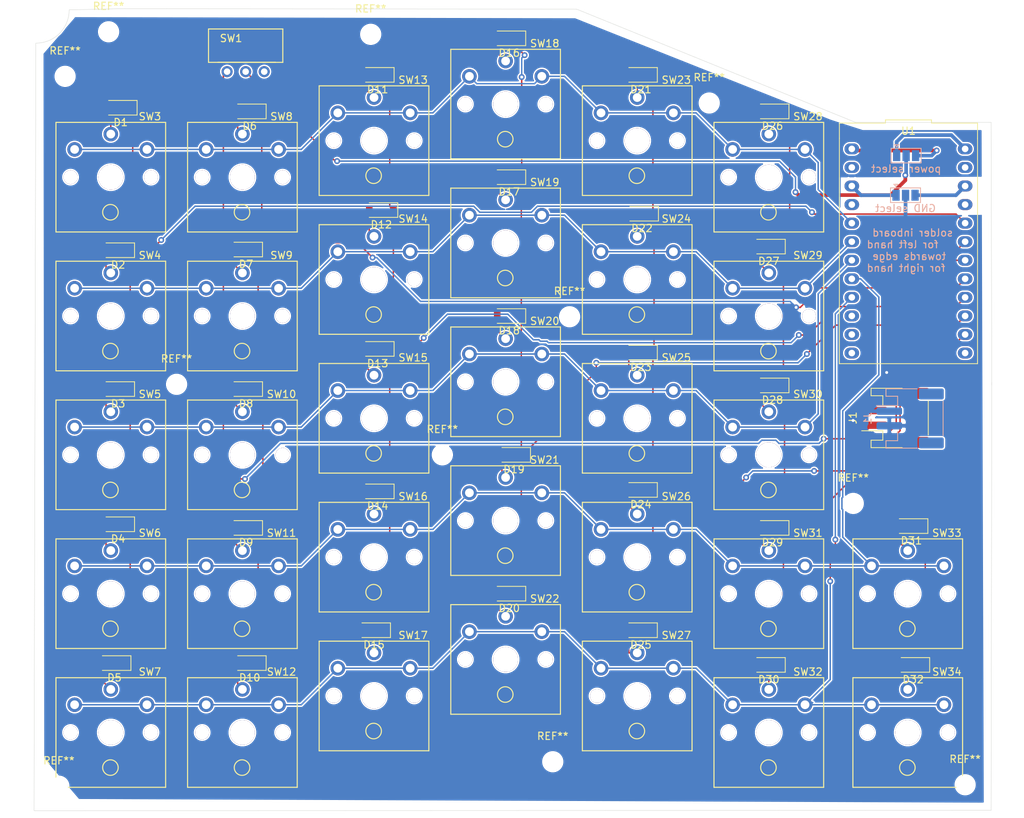
<source format=kicad_pcb>
(kicad_pcb (version 20171130) (host pcbnew "(5.1.7-0-10_14)")
  (layers (0 F.Cu signal) (31 B.Cu signal) (34 B.Paste user) (35 F.Paste user hide) (36 B.SilkS user) (37 F.SilkS user) (38 B.Mask user) (39 F.Mask user) (44 Edge.Cuts user))
  (net 0 "")
  (net 1 "Net-(D1-Pad2)")
  (net 2 "Net-(D2-Pad2)")
  (net 3 "Net-(D3-Pad2)")
  (net 4 "Net-(D4-Pad2)")
  (net 5 "Net-(D5-Pad2)")
  (net 6 "Net-(D6-Pad2)")
  (net 7 "Net-(D7-Pad2)")
  (net 8 "Net-(D8-Pad2)")
  (net 9 "Net-(D9-Pad2)")
  (net 10 "Net-(D10-Pad2)")
  (net 11 "Net-(D11-Pad2)")
  (net 12 "Net-(D12-Pad2)")
  (net 13 "Net-(D13-Pad2)")
  (net 14 "Net-(D14-Pad2)")
  (net 15 "Net-(D15-Pad2)")
  (net 16 "Net-(D16-Pad2)")
  (net 17 "Net-(D17-Pad2)")
  (net 18 "Net-(D18-Pad2)")
  (net 19 "Net-(D19-Pad2)")
  (net 20 "Net-(D20-Pad2)")
  (net 21 "Net-(D21-Pad2)")
  (net 22 "Net-(D22-Pad2)")
  (net 23 "Net-(D23-Pad2)")
  (net 24 "Net-(D24-Pad2)")
  (net 25 "Net-(D25-Pad2)")
  (net 26 "Net-(D26-Pad2)")
  (net 27 "Net-(D27-Pad2)")
  (net 28 "Net-(D28-Pad2)")
  (net 29 "Net-(D29-Pad2)")
  (net 30 "Net-(D30-Pad2)")
  (net 31 "Net-(D31-Pad2)")
  (net 32 "Net-(D32-Pad2)")
  (net 33 "Net-(J1-Pad1)")
  (net 34 GND)
  (net 35 "Net-(SW1-Pad1)")
  (net 36 "Net-(SW1-Pad2)")
  (net 37 "Net-(SW2-Pad1)")
  (net 38 "Net-(U1-Pad1)")
  (net 39 "Net-(U1-Pad23)")
  (net 40 "Net-(U1-Pad2)")
  (net 41 "Net-(U1-Pad21)")
  (net 42 "Net-(U1-Pad10)")
  (net 43 "Net-(U1-Pad11)")
  (net 44 "Net-(U1-Pad13)")
  (net 45 "Net-(U1-Pad12)")
  (net 46 /L_column1)
  (net 47 /L_column2)
  (net 48 /L_column3)
  (net 49 /L_column4)
  (net 50 /L_column5)
  (net 51 /L_column6)
  (net 52 /L_column7)
  (net 53 /L_Row1)
  (net 54 /L_Row2)
  (net 55 /L_Row3)
  (net 56 /L_Row4)
  (net 57 /L_Row5)
  (module Connector_JST:JST_PH_S2B-PH-SM4-TB_1x02-1MP_P2.00mm_Horizontal (layer B.Cu) (at 157.13 77.92 270)
    (fp_text reference J1 (at 0 5.8 270) (layer B.SilkS) (effects (justify mirror)))
    (fp_text value Conn_01x02_Female)
    (pad 1 smd roundrect (at -1 2.85 270) (size 1 3.5) (layers B.Cu B.Paste B.Mask) (net 33 "Net-(J1-Pad1)"))
    (pad 2 smd roundrect (at 1 2.85 270) (size 1 3.5) (layers B.Cu B.Paste B.Mask) (net 34 GND))
    (pad MP smd roundrect (at -3.35 -2.9 270) (size 1.5 3.4) (layers B.Cu B.Paste B.Mask) (roundrect_rratio 0.1666666666666667))
    (pad MP smd roundrect (at 3.35 -2.9 270) (size 1.5 3.4) (layers B.Cu B.Paste B.Mask) (roundrect_rratio 0.1666666666666667))
  )
  (module Jumper:SolderJumper-3_P1.3mm_Open_Pad1.0x1.5mm (layer B.Cu) (at 156.58 41.95)
    (fp_text reference "power select" (at 0 1.8) (layer B.SilkS) (effects (justify mirror)))
    (fp_text value SolderJumper-3_P1.3mm_Open_Pad1.0x1.5mm)
    (pad 1 smd rect (at -1.3 0) (size 1 1.5) (layers B.Cu B.Mask) (net 36 "Net-(SW1-Pad2)"))
    (pad 2 smd rect (at 0 0) (size 1 1.5) (layers B.Cu B.Mask) (net 36 "Net-(SW1-Pad2)"))
    (pad 3 smd rect (at 1.3 0) (size 1 1.5) (layers B.Cu B.Mask) (net 38 "Net-(U1-Pad1)"))
  )
  (module Jumper:SolderJumper-3_P1.3mm_Open_Pad1.0x1.5mm (layer B.Cu) (at 156.5 47.37)
    (fp_text reference "GND select" (at 0 1.8) (layer B.SilkS) (effects (justify mirror)))
    (fp_text value SolderJumper-3_P1.3mm_Open_Pad1.0x1.5mm)
    (pad 1 smd rect (at -1.3 0) (size 1 1.5) (layers B.Cu B.Mask) (net 34 GND))
    (pad 2 smd rect (at 0 0) (size 1 1.5) (layers B.Cu B.Paste B.Mask) (net 34 GND))
    (pad 3 smd rect (at 1.3 0) (size 1 1.5) (layers B.Cu B.Mask) (net 37 "Net-(SW2-Pad1)"))
  )
  (module MountingHole:MountingHole_2.5mm (layer F.Cu) (at 110.55 64)
    (fp_text reference REF** (at 0 -3.5) (layer F.SilkS))
    (fp_text value MountingHole_2.5mm)
    (pad 1 np_thru_hole circle (at 0 0) (size 2.5 2.5) (drill 2.5) (layers *.Cu *.Mask))
  )
  (module MountingHole:MountingHole_2.5mm (layer F.Cu) (at 56.8 73.25)
    (fp_text reference REF** (at 0 -3.5) (layer F.SilkS))
    (fp_text value MountingHole_2.5mm)
    (pad 1 np_thru_hole circle (at 0 0) (size 2.5 2.5) (drill 2.5) (layers *.Cu *.Mask))
  )
  (module MountingHole:MountingHole_2.5mm (layer F.Cu) (at 93.15 82.9)
    (fp_text reference REF** (at 0 -3.5) (layer F.SilkS))
    (fp_text value MountingHole_2.5mm)
    (pad 1 np_thru_hole circle (at 0 0) (size 2.5 2.5) (drill 2.5) (layers *.Cu *.Mask))
  )
  (module MountingHole:MountingHole_2.5mm (layer F.Cu) (at 40.7 128.25)
    (fp_text reference REF** (at 0 -3.5) (layer F.SilkS))
    (fp_text value MountingHole_2.5mm)
    (pad 1 np_thru_hole circle (at 0 0) (size 2.5 2.5) (drill 2.5) (layers *.Cu *.Mask))
  )
  (module MountingHole:MountingHole_2.5mm (layer F.Cu) (at 108.25 124.9)
    (fp_text reference REF** (at 0 -3.5) (layer F.SilkS))
    (fp_text value MountingHole_2.5mm)
    (pad 1 np_thru_hole circle (at 0 0) (size 2.5 2.5) (drill 2.5) (layers *.Cu *.Mask))
  )
  (module MountingHole:MountingHole_2.5mm (layer F.Cu) (at 164.65 128.05)
    (fp_text reference REF** (at 0 -3.5) (layer F.SilkS))
    (fp_text value MountingHole_2.5mm)
    (pad 1 np_thru_hole circle (at 0 0) (size 2.5 2.5) (drill 2.5) (layers *.Cu *.Mask))
  )
  (module MountingHole:MountingHole_2.5mm (layer F.Cu) (at 149.35 89.55)
    (fp_text reference REF** (at 0 -3.5) (layer F.SilkS))
    (fp_text value MountingHole_2.5mm)
    (pad 1 np_thru_hole circle (at 0 0) (size 2.5 2.5) (drill 2.5) (layers *.Cu *.Mask))
  )
  (module MountingHole:MountingHole_2.5mm (layer F.Cu) (at 129.65 34.75)
    (fp_text reference REF** (at 0 -3.5) (layer F.SilkS))
    (fp_text value MountingHole_2.5mm)
    (pad 1 np_thru_hole circle (at 0 0) (size 2.5 2.5) (drill 2.5) (layers *.Cu *.Mask))
  )
  (module MountingHole:MountingHole_2.5mm (layer F.Cu) (at 83.35 25.35)
    (fp_text reference REF** (at 0 -3.5) (layer F.SilkS))
    (fp_text value MountingHole_2.5mm)
    (pad 1 np_thru_hole circle (at 0 0) (size 2.5 2.5) (drill 2.5) (layers *.Cu *.Mask))
  )
  (module MountingHole:MountingHole_2.5mm (layer F.Cu) (at 41.55 31.1)
    (fp_text reference REF** (at 0 -3.5) (layer F.SilkS))
    (fp_text value MountingHole_2.5mm)
    (pad 1 np_thru_hole circle (at 0 0) (size 2.5 2.5) (drill 2.5) (layers *.Cu *.Mask))
  )
  (module MountingHole:MountingHole_2.5mm (layer F.Cu) (at 47.5 25)
    (fp_text reference REF** (at 0 -3.5) (layer F.SilkS))
    (fp_text value MountingHole_2.5mm)
    (pad 1 np_thru_hole circle (at 0 0) (size 2.5 2.5) (drill 2.5) (layers *.Cu *.Mask))
  )
  (module Package_DIP:nice!nano (layer F.Cu) (at 156.9 55 270)
    (fp_text reference U1 (at -16.42 0) (layer F.SilkS))
    (fp_text value nice!nano)
    (pad 24 thru_hole oval (at -13.97 -7.75 270) (size 1.5 2) (drill 0.9) (layers *.Cu *.Mask) (net 36 "Net-(SW1-Pad2)"))
    (pad 1 thru_hole oval (at -13.97 7.75 270) (size 1.5 2) (drill 0.9) (layers *.Cu *.Mask) (net 38 "Net-(U1-Pad1)"))
    (pad 23 thru_hole oval (at -11.43 -7.75 270) (size 1.5 2) (drill 0.9) (layers *.Cu *.Mask) (net 39 "Net-(U1-Pad23)"))
    (pad 2 thru_hole oval (at -11.43 7.75 270) (size 1.5 2) (drill 0.9) (layers *.Cu *.Mask) (net 40 "Net-(U1-Pad2)"))
    (pad 22 thru_hole oval (at -8.89 -7.75 270) (size 1.5 2) (drill 0.9) (layers *.Cu *.Mask) (net 37 "Net-(SW2-Pad1)"))
    (pad 3 thru_hole oval (at -8.89 7.75 270) (size 1.5 2) (drill 0.9) (layers *.Cu *.Mask) (net 34 GND))
    (pad 21 thru_hole oval (at -6.35 -7.75 270) (size 1.5 2) (drill 0.9) (layers *.Cu *.Mask) (net 41 "Net-(U1-Pad21)"))
    (pad 4 thru_hole oval (at -6.35 7.75 270) (size 1.5 2) (drill 0.9) (layers *.Cu *.Mask) (net 34 GND))
    (pad 20 thru_hole oval (at -3.81 -7.75 270) (size 1.5 2) (drill 0.9) (layers *.Cu *.Mask) (net 46 /L_column1))
    (pad 5 thru_hole oval (at -3.81 7.75 270) (size 1.5 2) (drill 0.9) (layers *.Cu *.Mask) (net 53 /L_Row1))
    (pad 19 thru_hole oval (at -1.27 -7.75 270) (size 1.5 2) (drill 0.9) (layers *.Cu *.Mask) (net 47 /L_column2))
    (pad 6 thru_hole oval (at -1.27 7.75 270) (size 1.5 2) (drill 0.9) (layers *.Cu *.Mask) (net 54 /L_Row2))
    (pad 18 thru_hole oval (at 1.27 -7.75 270) (size 1.5 2) (drill 0.9) (layers *.Cu *.Mask) (net 48 /L_column3))
    (pad 7 thru_hole oval (at 1.27 7.75 270) (size 1.5 2) (drill 0.9) (layers *.Cu *.Mask) (net 55 /L_Row3))
    (pad 17 thru_hole oval (at 3.81 -7.75 270) (size 1.5 2) (drill 0.9) (layers *.Cu *.Mask) (net 49 /L_column4))
    (pad 8 thru_hole oval (at 3.81 7.75 270) (size 1.5 2) (drill 0.9) (layers *.Cu *.Mask) (net 56 /L_Row4))
    (pad 16 thru_hole oval (at 6.35 -7.75 270) (size 1.5 2) (drill 0.9) (layers *.Cu *.Mask) (net 50 /L_column5))
    (pad 9 thru_hole oval (at 6.35 7.75 270) (size 1.5 2) (drill 0.9) (layers *.Cu *.Mask) (net 57 /L_Row5))
    (pad 15 thru_hole oval (at 8.89 -7.75 270) (size 1.5 2) (drill 0.9) (layers *.Cu *.Mask) (net 51 /L_column6))
    (pad 10 thru_hole oval (at 8.89 7.75 270) (size 1.5 2) (drill 0.9) (layers *.Cu *.Mask) (net 42 "Net-(U1-Pad10)"))
    (pad 14 thru_hole oval (at 11.43 -7.75 270) (size 1.5 2) (drill 0.9) (layers *.Cu *.Mask) (net 52 /L_column7))
    (pad 11 thru_hole oval (at 11.43 7.75 270) (size 1.5 2) (drill 0.9) (layers *.Cu *.Mask) (net 43 "Net-(U1-Pad11)"))
    (pad 13 thru_hole oval (at 13.97 -7.75 270) (size 1.5 2) (drill 0.9) (layers *.Cu *.Mask) (net 44 "Net-(U1-Pad13)"))
    (pad 12 thru_hole oval (at 13.97 7.75 270) (size 1.5 2) (drill 0.9) (layers *.Cu *.Mask) (net 45 "Net-(U1-Pad12)"))
  )
  (module kailh:Kailh_low_profile (layer F.Cu) (at 47.8 63.9)
    (fp_text reference SW4 (at 5.35 -8.3) (layer F.SilkS))
    (fp_text value SW_SPST)
    (pad 1 thru_hole circle (at -4.95 -3.8) (size 2 2) (drill 1.2) (layers *.Cu *.Mask) (net 54 /L_Row2))
    (pad 1 thru_hole circle (at 4.95 -3.8) (size 2 2) (drill 1.2) (layers *.Cu *.Mask) (net 54 /L_Row2))
    (pad 2 thru_hole circle (at 0 -5.9) (size 2 2) (drill 1.2) (layers *.Cu *.Mask) (net 2 "Net-(D2-Pad2)"))
    (pad "" thru_hole circle (at -5.5 0) (size 1.9 1.9) (drill 1.9) (layers *.Cu *.Mask))
    (pad "" thru_hole circle (at 5.5 0) (size 1.9 1.9) (drill 1.9) (layers *.Cu *.Mask))
    (pad "" thru_hole circle (at 0 0) (size 3.4 3.4) (drill 3.4) (layers *.Cu *.Mask))
  )
  (module Diode_SMD:D_SOD-123 (layer F.Cu) (at 49.15 35.4 180)
    (fp_text reference D1 (at 0 -2) (layer F.SilkS))
    (fp_text value D0)
    (pad 1 smd rect (at -1.65 0 180) (size 0.9 1.2) (layers F.Cu F.Paste F.Mask) (net 46 /L_column1))
    (pad 2 smd rect (at 1.65 0 180) (size 0.9 1.2) (layers F.Cu F.Paste F.Mask) (net 1 "Net-(D1-Pad2)"))
  )
  (module Diode_SMD:D_SOD-123 (layer F.Cu) (at 48.8 54.9 180)
    (fp_text reference D2 (at 0 -2) (layer F.SilkS))
    (fp_text value D0)
    (pad 1 smd rect (at -1.65 0 180) (size 0.9 1.2) (layers F.Cu F.Paste F.Mask) (net 46 /L_column1))
    (pad 2 smd rect (at 1.65 0 180) (size 0.9 1.2) (layers F.Cu F.Paste F.Mask) (net 2 "Net-(D2-Pad2)"))
  )
  (module Diode_SMD:D_SOD-123 (layer F.Cu) (at 48.8 73.9 180)
    (fp_text reference D3 (at 0 -2) (layer F.SilkS))
    (fp_text value D0)
    (pad 1 smd rect (at -1.65 0 180) (size 0.9 1.2) (layers F.Cu F.Paste F.Mask) (net 46 /L_column1))
    (pad 2 smd rect (at 1.65 0 180) (size 0.9 1.2) (layers F.Cu F.Paste F.Mask) (net 3 "Net-(D3-Pad2)"))
  )
  (module Diode_SMD:D_SOD-123 (layer F.Cu) (at 48.8 92.4 180)
    (fp_text reference D4 (at 0 -2) (layer F.SilkS))
    (fp_text value D0)
    (pad 2 smd rect (at 1.65 0 180) (size 0.9 1.2) (layers F.Cu F.Paste F.Mask) (net 4 "Net-(D4-Pad2)"))
    (pad 1 smd rect (at -1.65 0 180) (size 0.9 1.2) (layers F.Cu F.Paste F.Mask) (net 46 /L_column1))
  )
  (module Diode_SMD:D_SOD-123 (layer F.Cu) (at 48.3 111.4 180)
    (fp_text reference D5 (at 0 -2) (layer F.SilkS))
    (fp_text value D0)
    (pad 2 smd rect (at 1.65 0 180) (size 0.9 1.2) (layers F.Cu F.Paste F.Mask) (net 5 "Net-(D5-Pad2)"))
    (pad 1 smd rect (at -1.65 0 180) (size 0.9 1.2) (layers F.Cu F.Paste F.Mask) (net 46 /L_column1))
  )
  (module Diode_SMD:D_SOD-123 (layer F.Cu) (at 66.8 35.9 180)
    (fp_text reference D6 (at 0 -2) (layer F.SilkS))
    (fp_text value D0)
    (pad 1 smd rect (at -1.65 0 180) (size 0.9 1.2) (layers F.Cu F.Paste F.Mask) (net 47 /L_column2))
    (pad 2 smd rect (at 1.65 0 180) (size 0.9 1.2) (layers F.Cu F.Paste F.Mask) (net 6 "Net-(D6-Pad2)"))
  )
  (module Diode_SMD:D_SOD-123 (layer F.Cu) (at 66.3 54.8 180)
    (fp_text reference D7 (at 0 -2) (layer F.SilkS))
    (fp_text value D0)
    (pad 1 smd rect (at -1.65 0 180) (size 0.9 1.2) (layers F.Cu F.Paste F.Mask) (net 47 /L_column2))
    (pad 2 smd rect (at 1.65 0 180) (size 0.9 1.2) (layers F.Cu F.Paste F.Mask) (net 7 "Net-(D7-Pad2)"))
  )
  (module Diode_SMD:D_SOD-123 (layer F.Cu) (at 66.3 73.9 180)
    (fp_text reference D8 (at 0 -2) (layer F.SilkS))
    (fp_text value D0)
    (pad 1 smd rect (at -1.65 0 180) (size 0.9 1.2) (layers F.Cu F.Paste F.Mask) (net 47 /L_column2))
    (pad 2 smd rect (at 1.65 0 180) (size 0.9 1.2) (layers F.Cu F.Paste F.Mask) (net 8 "Net-(D8-Pad2)"))
  )
  (module Diode_SMD:D_SOD-123 (layer F.Cu) (at 66.3 92.9 180)
    (fp_text reference D9 (at 0 -2) (layer F.SilkS))
    (fp_text value D0)
    (pad 2 smd rect (at 1.65 0 180) (size 0.9 1.2) (layers F.Cu F.Paste F.Mask) (net 9 "Net-(D9-Pad2)"))
    (pad 1 smd rect (at -1.65 0 180) (size 0.9 1.2) (layers F.Cu F.Paste F.Mask) (net 47 /L_column2))
  )
  (module Diode_SMD:D_SOD-123 (layer F.Cu) (at 66.8 111.4 180)
    (fp_text reference D10 (at 0 -2) (layer F.SilkS))
    (fp_text value D0)
    (pad 2 smd rect (at 1.65 0 180) (size 0.9 1.2) (layers F.Cu F.Paste F.Mask) (net 10 "Net-(D10-Pad2)"))
    (pad 1 smd rect (at -1.65 0 180) (size 0.9 1.2) (layers F.Cu F.Paste F.Mask) (net 47 /L_column2))
  )
  (module Diode_SMD:D_SOD-123 (layer F.Cu) (at 84.3 30.9 180)
    (fp_text reference D11 (at 0 -2) (layer F.SilkS))
    (fp_text value D0)
    (pad 1 smd rect (at -1.65 0 180) (size 0.9 1.2) (layers F.Cu F.Paste F.Mask) (net 48 /L_column3))
    (pad 2 smd rect (at 1.65 0 180) (size 0.9 1.2) (layers F.Cu F.Paste F.Mask) (net 11 "Net-(D11-Pad2)"))
  )
  (module Diode_SMD:D_SOD-123 (layer F.Cu) (at 84.8 49.4 180)
    (fp_text reference D12 (at 0 -2) (layer F.SilkS))
    (fp_text value D0)
    (pad 1 smd rect (at -1.65 0 180) (size 0.9 1.2) (layers F.Cu F.Paste F.Mask) (net 48 /L_column3))
    (pad 2 smd rect (at 1.65 0 180) (size 0.9 1.2) (layers F.Cu F.Paste F.Mask) (net 12 "Net-(D12-Pad2)"))
  )
  (module Diode_SMD:D_SOD-123 (layer F.Cu) (at 84.3 68.4 180)
    (fp_text reference D13 (at 0 -2) (layer F.SilkS))
    (fp_text value D0)
    (pad 1 smd rect (at -1.65 0 180) (size 0.9 1.2) (layers F.Cu F.Paste F.Mask) (net 48 /L_column3))
    (pad 2 smd rect (at 1.65 0 180) (size 0.9 1.2) (layers F.Cu F.Paste F.Mask) (net 13 "Net-(D13-Pad2)"))
  )
  (module Diode_SMD:D_SOD-123 (layer F.Cu) (at 84.3 87.9 180)
    (fp_text reference D14 (at 0 -2) (layer F.SilkS))
    (fp_text value D0)
    (pad 2 smd rect (at 1.65 0 180) (size 0.9 1.2) (layers F.Cu F.Paste F.Mask) (net 14 "Net-(D14-Pad2)"))
    (pad 1 smd rect (at -1.65 0 180) (size 0.9 1.2) (layers F.Cu F.Paste F.Mask) (net 48 /L_column3))
  )
  (module Diode_SMD:D_SOD-123 (layer F.Cu) (at 83.8 106.9 180)
    (fp_text reference D15 (at 0 -2) (layer F.SilkS))
    (fp_text value D0)
    (pad 2 smd rect (at 1.65 0 180) (size 0.9 1.2) (layers F.Cu F.Paste F.Mask) (net 15 "Net-(D15-Pad2)"))
    (pad 1 smd rect (at -1.65 0 180) (size 0.9 1.2) (layers F.Cu F.Paste F.Mask) (net 48 /L_column3))
  )
  (module Diode_SMD:D_SOD-123 (layer F.Cu) (at 102.3 25.9 180)
    (fp_text reference D16 (at 0 -2) (layer F.SilkS))
    (fp_text value D0)
    (pad 1 smd rect (at -1.65 0 180) (size 0.9 1.2) (layers F.Cu F.Paste F.Mask) (net 49 /L_column4))
    (pad 2 smd rect (at 1.65 0 180) (size 0.9 1.2) (layers F.Cu F.Paste F.Mask) (net 16 "Net-(D16-Pad2)"))
  )
  (module Diode_SMD:D_SOD-123 (layer F.Cu) (at 102.3 44.9 180)
    (fp_text reference D17 (at 0 -2) (layer F.SilkS))
    (fp_text value D0)
    (pad 1 smd rect (at -1.65 0 180) (size 0.9 1.2) (layers F.Cu F.Paste F.Mask) (net 49 /L_column4))
    (pad 2 smd rect (at 1.65 0 180) (size 0.9 1.2) (layers F.Cu F.Paste F.Mask) (net 17 "Net-(D17-Pad2)"))
  )
  (module Diode_SMD:D_SOD-123 (layer F.Cu) (at 102.3 63.9 180)
    (fp_text reference D18 (at 0 -2) (layer F.SilkS))
    (fp_text value D0)
    (pad 2 smd rect (at 1.65 0 180) (size 0.9 1.2) (layers F.Cu F.Paste F.Mask) (net 18 "Net-(D18-Pad2)"))
    (pad 1 smd rect (at -1.65 0 180) (size 0.9 1.2) (layers F.Cu F.Paste F.Mask) (net 49 /L_column4))
  )
  (module Diode_SMD:D_SOD-123 (layer F.Cu) (at 102.95 82.9 180)
    (fp_text reference D19 (at 0 -2) (layer F.SilkS))
    (fp_text value D0)
    (pad 2 smd rect (at 1.65 0 180) (size 0.9 1.2) (layers F.Cu F.Paste F.Mask) (net 19 "Net-(D19-Pad2)"))
    (pad 1 smd rect (at -1.65 0 180) (size 0.9 1.2) (layers F.Cu F.Paste F.Mask) (net 49 /L_column4))
  )
  (module Diode_SMD:D_SOD-123 (layer F.Cu) (at 102.3 101.9 180)
    (fp_text reference D20 (at 0 -2) (layer F.SilkS))
    (fp_text value D0)
    (pad 2 smd rect (at 1.65 0 180) (size 0.9 1.2) (layers F.Cu F.Paste F.Mask) (net 20 "Net-(D20-Pad2)"))
    (pad 1 smd rect (at -1.65 0 180) (size 0.9 1.2) (layers F.Cu F.Paste F.Mask) (net 49 /L_column4))
  )
  (module Diode_SMD:D_SOD-123 (layer F.Cu) (at 120.3 30.9 180)
    (fp_text reference D21 (at 0 -2) (layer F.SilkS))
    (fp_text value D0)
    (pad 1 smd rect (at -1.65 0 180) (size 0.9 1.2) (layers F.Cu F.Paste F.Mask) (net 50 /L_column5))
    (pad 2 smd rect (at 1.65 0 180) (size 0.9 1.2) (layers F.Cu F.Paste F.Mask) (net 21 "Net-(D21-Pad2)"))
  )
  (module Diode_SMD:D_SOD-123 (layer F.Cu) (at 120.45 49.9 180)
    (fp_text reference D22 (at 0 -2) (layer F.SilkS))
    (fp_text value D0)
    (pad 1 smd rect (at -1.65 0 180) (size 0.9 1.2) (layers F.Cu F.Paste F.Mask) (net 50 /L_column5))
    (pad 2 smd rect (at 1.65 0 180) (size 0.9 1.2) (layers F.Cu F.Paste F.Mask) (net 22 "Net-(D22-Pad2)"))
  )
  (module Diode_SMD:D_SOD-123 (layer F.Cu) (at 120.3 68.9 180)
    (fp_text reference D23 (at 0 -2) (layer F.SilkS))
    (fp_text value D0)
    (pad 1 smd rect (at -1.65 0 180) (size 0.9 1.2) (layers F.Cu F.Paste F.Mask) (net 50 /L_column5))
    (pad 2 smd rect (at 1.65 0 180) (size 0.9 1.2) (layers F.Cu F.Paste F.Mask) (net 23 "Net-(D23-Pad2)"))
  )
  (module Diode_SMD:D_SOD-123 (layer F.Cu) (at 120.3 87.7 180)
    (fp_text reference D24 (at 0 -2) (layer F.SilkS))
    (fp_text value D0)
    (pad 2 smd rect (at 1.65 0 180) (size 0.9 1.2) (layers F.Cu F.Paste F.Mask) (net 24 "Net-(D24-Pad2)"))
    (pad 1 smd rect (at -1.65 0 180) (size 0.9 1.2) (layers F.Cu F.Paste F.Mask) (net 50 /L_column5))
  )
  (module Diode_SMD:D_SOD-123 (layer F.Cu) (at 120.3 106.9 180)
    (fp_text reference D25 (at 0 -2) (layer F.SilkS))
    (fp_text value D0)
    (pad 2 smd rect (at 1.65 0 180) (size 0.9 1.2) (layers F.Cu F.Paste F.Mask) (net 25 "Net-(D25-Pad2)"))
    (pad 1 smd rect (at -1.65 0 180) (size 0.9 1.2) (layers F.Cu F.Paste F.Mask) (net 50 /L_column5))
  )
  (module Diode_SMD:D_SOD-123 (layer F.Cu) (at 138.3 35.9 180)
    (fp_text reference D26 (at 0 -2) (layer F.SilkS))
    (fp_text value D0)
    (pad 1 smd rect (at -1.65 0 180) (size 0.9 1.2) (layers F.Cu F.Paste F.Mask) (net 51 /L_column6))
    (pad 2 smd rect (at 1.65 0 180) (size 0.9 1.2) (layers F.Cu F.Paste F.Mask) (net 26 "Net-(D26-Pad2)"))
  )
  (module Diode_SMD:D_SOD-123 (layer F.Cu) (at 137.8 54.4 180)
    (fp_text reference D27 (at 0 -2) (layer F.SilkS))
    (fp_text value D0)
    (pad 1 smd rect (at -1.65 0 180) (size 0.9 1.2) (layers F.Cu F.Paste F.Mask) (net 51 /L_column6))
    (pad 2 smd rect (at 1.65 0 180) (size 0.9 1.2) (layers F.Cu F.Paste F.Mask) (net 27 "Net-(D27-Pad2)"))
  )
  (module Diode_SMD:D_SOD-123 (layer F.Cu) (at 138.3 73.4 180)
    (fp_text reference D28 (at 0 -2) (layer F.SilkS))
    (fp_text value D0)
    (pad 2 smd rect (at 1.65 0 180) (size 0.9 1.2) (layers F.Cu F.Paste F.Mask) (net 28 "Net-(D28-Pad2)"))
    (pad 1 smd rect (at -1.65 0 180) (size 0.9 1.2) (layers F.Cu F.Paste F.Mask) (net 51 /L_column6))
  )
  (module Diode_SMD:D_SOD-123 (layer F.Cu) (at 138.3 92.9 180)
    (fp_text reference D29 (at 0 -2) (layer F.SilkS))
    (fp_text value D0)
    (pad 2 smd rect (at 1.65 0 180) (size 0.9 1.2) (layers F.Cu F.Paste F.Mask) (net 29 "Net-(D29-Pad2)"))
    (pad 1 smd rect (at -1.65 0 180) (size 0.9 1.2) (layers F.Cu F.Paste F.Mask) (net 51 /L_column6))
  )
  (module Diode_SMD:D_SOD-123 (layer F.Cu) (at 137.8 111.65 180)
    (fp_text reference D30 (at 0 -2) (layer F.SilkS))
    (fp_text value D0)
    (pad 2 smd rect (at 1.65 0 180) (size 0.9 1.2) (layers F.Cu F.Paste F.Mask) (net 30 "Net-(D30-Pad2)"))
    (pad 1 smd rect (at -1.65 0 180) (size 0.9 1.2) (layers F.Cu F.Paste F.Mask) (net 51 /L_column6))
  )
  (module Diode_SMD:D_SOD-123 (layer F.Cu) (at 157.3 92.65 180)
    (fp_text reference D31 (at 0 -2) (layer F.SilkS))
    (fp_text value D0)
    (pad 2 smd rect (at 1.65 0 180) (size 0.9 1.2) (layers F.Cu F.Paste F.Mask) (net 31 "Net-(D31-Pad2)"))
    (pad 1 smd rect (at -1.65 0 180) (size 0.9 1.2) (layers F.Cu F.Paste F.Mask) (net 52 /L_column7))
  )
  (module Diode_SMD:D_SOD-123 (layer F.Cu) (at 157.55 111.65 180)
    (fp_text reference D32 (at 0 -2) (layer F.SilkS))
    (fp_text value D0)
    (pad 2 smd rect (at 1.65 0 180) (size 0.9 1.2) (layers F.Cu F.Paste F.Mask) (net 32 "Net-(D32-Pad2)"))
    (pad 1 smd rect (at -1.65 0 180) (size 0.9 1.2) (layers F.Cu F.Paste F.Mask) (net 52 /L_column7))
  )
  (module keyswitch:EQZ1K2-switch (layer F.Cu) (at 66.5 26.9 180)
    (fp_text reference SW1 (at 2.25 1) (layer F.SilkS))
    (fp_text value SW_SPDT)
    (pad 1 thru_hole circle (at -2.286 -3.556 180) (size 1.524 1.524) (drill 0.9) (layers *.Cu *.Mask) (net 35 "Net-(SW1-Pad1)"))
    (pad 2 thru_hole circle (at 0.254 -3.556 180) (size 1.524 1.524) (drill 0.9) (layers *.Cu *.Mask) (net 36 "Net-(SW1-Pad2)"))
    (pad 3 thru_hole circle (at 2.794 -3.556 180) (size 1.524 1.524) (drill 0.9) (layers *.Cu *.Mask) (net 33 "Net-(J1-Pad1)"))
  )
  (module kailh:Kailh_low_profile (layer F.Cu) (at 47.8 44.9)
    (fp_text reference SW3 (at 5.35 -8.3) (layer F.SilkS))
    (fp_text value SW_SPST)
    (pad "" thru_hole circle (at 0 0) (size 3.4 3.4) (drill 3.4) (layers *.Cu *.Mask))
    (pad "" thru_hole circle (at 5.5 0) (size 1.9 1.9) (drill 1.9) (layers *.Cu *.Mask))
    (pad "" thru_hole circle (at -5.5 0) (size 1.9 1.9) (drill 1.9) (layers *.Cu *.Mask))
    (pad 2 thru_hole circle (at 0 -5.9) (size 2 2) (drill 1.2) (layers *.Cu *.Mask) (net 1 "Net-(D1-Pad2)"))
    (pad 1 thru_hole circle (at 4.95 -3.8) (size 2 2) (drill 1.2) (layers *.Cu *.Mask) (net 53 /L_Row1))
    (pad 1 thru_hole circle (at -4.95 -3.8) (size 2 2) (drill 1.2) (layers *.Cu *.Mask) (net 53 /L_Row1))
  )
  (module kailh:Kailh_low_profile (layer F.Cu) (at 47.8 82.9)
    (fp_text reference SW5 (at 5.35 -8.3) (layer F.SilkS))
    (fp_text value SW_SPST)
    (pad 1 thru_hole circle (at -4.95 -3.8) (size 2 2) (drill 1.2) (layers *.Cu *.Mask) (net 55 /L_Row3))
    (pad 1 thru_hole circle (at 4.95 -3.8) (size 2 2) (drill 1.2) (layers *.Cu *.Mask) (net 55 /L_Row3))
    (pad 2 thru_hole circle (at 0 -5.9) (size 2 2) (drill 1.2) (layers *.Cu *.Mask) (net 3 "Net-(D3-Pad2)"))
    (pad "" thru_hole circle (at -5.5 0) (size 1.9 1.9) (drill 1.9) (layers *.Cu *.Mask))
    (pad "" thru_hole circle (at 5.5 0) (size 1.9 1.9) (drill 1.9) (layers *.Cu *.Mask))
    (pad "" thru_hole circle (at 0 0) (size 3.4 3.4) (drill 3.4) (layers *.Cu *.Mask))
  )
  (module kailh:Kailh_low_profile (layer F.Cu) (at 47.8 101.9)
    (fp_text reference SW6 (at 5.35 -8.3) (layer F.SilkS))
    (fp_text value SW_SPST)
    (pad "" thru_hole circle (at 0 0) (size 3.4 3.4) (drill 3.4) (layers *.Cu *.Mask))
    (pad "" thru_hole circle (at 5.5 0) (size 1.9 1.9) (drill 1.9) (layers *.Cu *.Mask))
    (pad "" thru_hole circle (at -5.5 0) (size 1.9 1.9) (drill 1.9) (layers *.Cu *.Mask))
    (pad 2 thru_hole circle (at 0 -5.9) (size 2 2) (drill 1.2) (layers *.Cu *.Mask) (net 4 "Net-(D4-Pad2)"))
    (pad 1 thru_hole circle (at 4.95 -3.8) (size 2 2) (drill 1.2) (layers *.Cu *.Mask) (net 56 /L_Row4))
    (pad 1 thru_hole circle (at -4.95 -3.8) (size 2 2) (drill 1.2) (layers *.Cu *.Mask) (net 56 /L_Row4))
  )
  (module kailh:Kailh_low_profile (layer F.Cu) (at 47.8 120.9)
    (fp_text reference SW7 (at 5.35 -8.3) (layer F.SilkS))
    (fp_text value SW_SPST)
    (pad "" thru_hole circle (at 0 0) (size 3.4 3.4) (drill 3.4) (layers *.Cu *.Mask))
    (pad "" thru_hole circle (at 5.5 0) (size 1.9 1.9) (drill 1.9) (layers *.Cu *.Mask))
    (pad "" thru_hole circle (at -5.5 0) (size 1.9 1.9) (drill 1.9) (layers *.Cu *.Mask))
    (pad 2 thru_hole circle (at 0 -5.9) (size 2 2) (drill 1.2) (layers *.Cu *.Mask) (net 5 "Net-(D5-Pad2)"))
    (pad 1 thru_hole circle (at 4.95 -3.8) (size 2 2) (drill 1.2) (layers *.Cu *.Mask) (net 57 /L_Row5))
    (pad 1 thru_hole circle (at -4.95 -3.8) (size 2 2) (drill 1.2) (layers *.Cu *.Mask) (net 57 /L_Row5))
  )
  (module kailh:Kailh_low_profile (layer F.Cu) (at 65.8 44.9)
    (fp_text reference SW8 (at 5.35 -8.3) (layer F.SilkS))
    (fp_text value SW_SPST)
    (pad 1 thru_hole circle (at -4.95 -3.8) (size 2 2) (drill 1.2) (layers *.Cu *.Mask) (net 53 /L_Row1))
    (pad 1 thru_hole circle (at 4.95 -3.8) (size 2 2) (drill 1.2) (layers *.Cu *.Mask) (net 53 /L_Row1))
    (pad 2 thru_hole circle (at 0 -5.9) (size 2 2) (drill 1.2) (layers *.Cu *.Mask) (net 6 "Net-(D6-Pad2)"))
    (pad "" thru_hole circle (at -5.5 0) (size 1.9 1.9) (drill 1.9) (layers *.Cu *.Mask))
    (pad "" thru_hole circle (at 5.5 0) (size 1.9 1.9) (drill 1.9) (layers *.Cu *.Mask))
    (pad "" thru_hole circle (at 0 0) (size 3.4 3.4) (drill 3.4) (layers *.Cu *.Mask))
  )
  (module kailh:Kailh_low_profile (layer F.Cu) (at 65.8 63.9)
    (fp_text reference SW9 (at 5.35 -8.3) (layer F.SilkS))
    (fp_text value SW_SPST)
    (pad 1 thru_hole circle (at -4.95 -3.8) (size 2 2) (drill 1.2) (layers *.Cu *.Mask) (net 54 /L_Row2))
    (pad 1 thru_hole circle (at 4.95 -3.8) (size 2 2) (drill 1.2) (layers *.Cu *.Mask) (net 54 /L_Row2))
    (pad 2 thru_hole circle (at 0 -5.9) (size 2 2) (drill 1.2) (layers *.Cu *.Mask) (net 7 "Net-(D7-Pad2)"))
    (pad "" thru_hole circle (at -5.5 0) (size 1.9 1.9) (drill 1.9) (layers *.Cu *.Mask))
    (pad "" thru_hole circle (at 5.5 0) (size 1.9 1.9) (drill 1.9) (layers *.Cu *.Mask))
    (pad "" thru_hole circle (at 0 0) (size 3.4 3.4) (drill 3.4) (layers *.Cu *.Mask))
  )
  (module kailh:Kailh_low_profile (layer F.Cu) (at 65.8 82.9)
    (fp_text reference SW10 (at 5.35 -8.3) (layer F.SilkS))
    (fp_text value SW_SPST)
    (pad 1 thru_hole circle (at -4.95 -3.8) (size 2 2) (drill 1.2) (layers *.Cu *.Mask) (net 55 /L_Row3))
    (pad 1 thru_hole circle (at 4.95 -3.8) (size 2 2) (drill 1.2) (layers *.Cu *.Mask) (net 55 /L_Row3))
    (pad 2 thru_hole circle (at 0 -5.9) (size 2 2) (drill 1.2) (layers *.Cu *.Mask) (net 8 "Net-(D8-Pad2)"))
    (pad "" thru_hole circle (at -5.5 0) (size 1.9 1.9) (drill 1.9) (layers *.Cu *.Mask))
    (pad "" thru_hole circle (at 5.5 0) (size 1.9 1.9) (drill 1.9) (layers *.Cu *.Mask))
    (pad "" thru_hole circle (at 0 0) (size 3.4 3.4) (drill 3.4) (layers *.Cu *.Mask))
  )
  (module kailh:Kailh_low_profile (layer F.Cu) (at 65.8 101.9)
    (fp_text reference SW11 (at 5.35 -8.3) (layer F.SilkS))
    (fp_text value SW_SPST)
    (pad "" thru_hole circle (at 0 0) (size 3.4 3.4) (drill 3.4) (layers *.Cu *.Mask))
    (pad "" thru_hole circle (at 5.5 0) (size 1.9 1.9) (drill 1.9) (layers *.Cu *.Mask))
    (pad "" thru_hole circle (at -5.5 0) (size 1.9 1.9) (drill 1.9) (layers *.Cu *.Mask))
    (pad 2 thru_hole circle (at 0 -5.9) (size 2 2) (drill 1.2) (layers *.Cu *.Mask) (net 9 "Net-(D9-Pad2)"))
    (pad 1 thru_hole circle (at 4.95 -3.8) (size 2 2) (drill 1.2) (layers *.Cu *.Mask) (net 56 /L_Row4))
    (pad 1 thru_hole circle (at -4.95 -3.8) (size 2 2) (drill 1.2) (layers *.Cu *.Mask) (net 56 /L_Row4))
  )
  (module kailh:Kailh_low_profile (layer F.Cu) (at 65.8 120.9)
    (fp_text reference SW12 (at 5.35 -8.3) (layer F.SilkS))
    (fp_text value SW_SPST)
    (pad "" thru_hole circle (at 0 0) (size 3.4 3.4) (drill 3.4) (layers *.Cu *.Mask))
    (pad "" thru_hole circle (at 5.5 0) (size 1.9 1.9) (drill 1.9) (layers *.Cu *.Mask))
    (pad "" thru_hole circle (at -5.5 0) (size 1.9 1.9) (drill 1.9) (layers *.Cu *.Mask))
    (pad 2 thru_hole circle (at 0 -5.9) (size 2 2) (drill 1.2) (layers *.Cu *.Mask) (net 10 "Net-(D10-Pad2)"))
    (pad 1 thru_hole circle (at 4.95 -3.8) (size 2 2) (drill 1.2) (layers *.Cu *.Mask) (net 57 /L_Row5))
    (pad 1 thru_hole circle (at -4.95 -3.8) (size 2 2) (drill 1.2) (layers *.Cu *.Mask) (net 57 /L_Row5))
  )
  (module kailh:Kailh_low_profile (layer F.Cu) (at 83.8 39.9)
    (fp_text reference SW13 (at 5.35 -8.3) (layer F.SilkS))
    (fp_text value SW_SPST)
    (pad 1 thru_hole circle (at -4.95 -3.8) (size 2 2) (drill 1.2) (layers *.Cu *.Mask) (net 53 /L_Row1))
    (pad 1 thru_hole circle (at 4.95 -3.8) (size 2 2) (drill 1.2) (layers *.Cu *.Mask) (net 53 /L_Row1))
    (pad 2 thru_hole circle (at 0 -5.9) (size 2 2) (drill 1.2) (layers *.Cu *.Mask) (net 11 "Net-(D11-Pad2)"))
    (pad "" thru_hole circle (at -5.5 0) (size 1.9 1.9) (drill 1.9) (layers *.Cu *.Mask))
    (pad "" thru_hole circle (at 5.5 0) (size 1.9 1.9) (drill 1.9) (layers *.Cu *.Mask))
    (pad "" thru_hole circle (at 0 0) (size 3.4 3.4) (drill 3.4) (layers *.Cu *.Mask))
  )
  (module kailh:Kailh_low_profile (layer F.Cu) (at 83.8 58.9)
    (fp_text reference SW14 (at 5.35 -8.3) (layer F.SilkS))
    (fp_text value SW_SPST)
    (pad 1 thru_hole circle (at -4.95 -3.8) (size 2 2) (drill 1.2) (layers *.Cu *.Mask) (net 54 /L_Row2))
    (pad 1 thru_hole circle (at 4.95 -3.8) (size 2 2) (drill 1.2) (layers *.Cu *.Mask) (net 54 /L_Row2))
    (pad 2 thru_hole circle (at 0 -5.9) (size 2 2) (drill 1.2) (layers *.Cu *.Mask) (net 12 "Net-(D12-Pad2)"))
    (pad "" thru_hole circle (at -5.5 0) (size 1.9 1.9) (drill 1.9) (layers *.Cu *.Mask))
    (pad "" thru_hole circle (at 5.5 0) (size 1.9 1.9) (drill 1.9) (layers *.Cu *.Mask))
    (pad "" thru_hole circle (at 0 0) (size 3.4 3.4) (drill 3.4) (layers *.Cu *.Mask))
  )
  (module kailh:Kailh_low_profile (layer F.Cu) (at 83.8 77.9)
    (fp_text reference SW15 (at 5.35 -8.3) (layer F.SilkS))
    (fp_text value SW_SPST)
    (pad 1 thru_hole circle (at -4.95 -3.8) (size 2 2) (drill 1.2) (layers *.Cu *.Mask) (net 55 /L_Row3))
    (pad 1 thru_hole circle (at 4.95 -3.8) (size 2 2) (drill 1.2) (layers *.Cu *.Mask) (net 55 /L_Row3))
    (pad 2 thru_hole circle (at 0 -5.9) (size 2 2) (drill 1.2) (layers *.Cu *.Mask) (net 13 "Net-(D13-Pad2)"))
    (pad "" thru_hole circle (at -5.5 0) (size 1.9 1.9) (drill 1.9) (layers *.Cu *.Mask))
    (pad "" thru_hole circle (at 5.5 0) (size 1.9 1.9) (drill 1.9) (layers *.Cu *.Mask))
    (pad "" thru_hole circle (at 0 0) (size 3.4 3.4) (drill 3.4) (layers *.Cu *.Mask))
  )
  (module kailh:Kailh_low_profile (layer F.Cu) (at 83.8 96.9)
    (fp_text reference SW16 (at 5.35 -8.3) (layer F.SilkS))
    (fp_text value SW_SPST)
    (pad "" thru_hole circle (at 0 0) (size 3.4 3.4) (drill 3.4) (layers *.Cu *.Mask))
    (pad "" thru_hole circle (at 5.5 0) (size 1.9 1.9) (drill 1.9) (layers *.Cu *.Mask))
    (pad "" thru_hole circle (at -5.5 0) (size 1.9 1.9) (drill 1.9) (layers *.Cu *.Mask))
    (pad 2 thru_hole circle (at 0 -5.9) (size 2 2) (drill 1.2) (layers *.Cu *.Mask) (net 14 "Net-(D14-Pad2)"))
    (pad 1 thru_hole circle (at 4.95 -3.8) (size 2 2) (drill 1.2) (layers *.Cu *.Mask) (net 56 /L_Row4))
    (pad 1 thru_hole circle (at -4.95 -3.8) (size 2 2) (drill 1.2) (layers *.Cu *.Mask) (net 56 /L_Row4))
  )
  (module kailh:Kailh_low_profile (layer F.Cu) (at 83.8 115.9)
    (fp_text reference SW17 (at 5.35 -8.3) (layer F.SilkS))
    (fp_text value SW_SPST)
    (pad "" thru_hole circle (at 0 0) (size 3.4 3.4) (drill 3.4) (layers *.Cu *.Mask))
    (pad "" thru_hole circle (at 5.5 0) (size 1.9 1.9) (drill 1.9) (layers *.Cu *.Mask))
    (pad "" thru_hole circle (at -5.5 0) (size 1.9 1.9) (drill 1.9) (layers *.Cu *.Mask))
    (pad 2 thru_hole circle (at 0 -5.9) (size 2 2) (drill 1.2) (layers *.Cu *.Mask) (net 15 "Net-(D15-Pad2)"))
    (pad 1 thru_hole circle (at 4.95 -3.8) (size 2 2) (drill 1.2) (layers *.Cu *.Mask) (net 57 /L_Row5))
    (pad 1 thru_hole circle (at -4.95 -3.8) (size 2 2) (drill 1.2) (layers *.Cu *.Mask) (net 57 /L_Row5))
  )
  (module kailh:Kailh_low_profile (layer F.Cu) (at 101.8 34.9)
    (fp_text reference SW18 (at 5.35 -8.3) (layer F.SilkS))
    (fp_text value SW_SPST)
    (pad 1 thru_hole circle (at -4.95 -3.8) (size 2 2) (drill 1.2) (layers *.Cu *.Mask) (net 53 /L_Row1))
    (pad 1 thru_hole circle (at 4.95 -3.8) (size 2 2) (drill 1.2) (layers *.Cu *.Mask) (net 53 /L_Row1))
    (pad 2 thru_hole circle (at 0 -5.9) (size 2 2) (drill 1.2) (layers *.Cu *.Mask) (net 16 "Net-(D16-Pad2)"))
    (pad "" thru_hole circle (at -5.5 0) (size 1.9 1.9) (drill 1.9) (layers *.Cu *.Mask))
    (pad "" thru_hole circle (at 5.5 0) (size 1.9 1.9) (drill 1.9) (layers *.Cu *.Mask))
    (pad "" thru_hole circle (at 0 0) (size 3.4 3.4) (drill 3.4) (layers *.Cu *.Mask))
  )
  (module kailh:Kailh_low_profile (layer F.Cu) (at 101.8 53.9)
    (fp_text reference SW19 (at 5.35 -8.3) (layer F.SilkS))
    (fp_text value SW_SPST)
    (pad 1 thru_hole circle (at -4.95 -3.8) (size 2 2) (drill 1.2) (layers *.Cu *.Mask) (net 54 /L_Row2))
    (pad 1 thru_hole circle (at 4.95 -3.8) (size 2 2) (drill 1.2) (layers *.Cu *.Mask) (net 54 /L_Row2))
    (pad 2 thru_hole circle (at 0 -5.9) (size 2 2) (drill 1.2) (layers *.Cu *.Mask) (net 17 "Net-(D17-Pad2)"))
    (pad "" thru_hole circle (at -5.5 0) (size 1.9 1.9) (drill 1.9) (layers *.Cu *.Mask))
    (pad "" thru_hole circle (at 5.5 0) (size 1.9 1.9) (drill 1.9) (layers *.Cu *.Mask))
    (pad "" thru_hole circle (at 0 0) (size 3.4 3.4) (drill 3.4) (layers *.Cu *.Mask))
  )
  (module kailh:Kailh_low_profile (layer F.Cu) (at 101.8 72.9)
    (fp_text reference SW20 (at 5.35 -8.3) (layer F.SilkS))
    (fp_text value SW_SPST)
    (pad 1 thru_hole circle (at -4.95 -3.8) (size 2 2) (drill 1.2) (layers *.Cu *.Mask) (net 55 /L_Row3))
    (pad 1 thru_hole circle (at 4.95 -3.8) (size 2 2) (drill 1.2) (layers *.Cu *.Mask) (net 55 /L_Row3))
    (pad 2 thru_hole circle (at 0 -5.9) (size 2 2) (drill 1.2) (layers *.Cu *.Mask) (net 18 "Net-(D18-Pad2)"))
    (pad "" thru_hole circle (at -5.5 0) (size 1.9 1.9) (drill 1.9) (layers *.Cu *.Mask))
    (pad "" thru_hole circle (at 5.5 0) (size 1.9 1.9) (drill 1.9) (layers *.Cu *.Mask))
    (pad "" thru_hole circle (at 0 0) (size 3.4 3.4) (drill 3.4) (layers *.Cu *.Mask))
  )
  (module kailh:Kailh_low_profile (layer F.Cu) (at 101.8 91.9)
    (fp_text reference SW21 (at 5.35 -8.3) (layer F.SilkS))
    (fp_text value SW_SPST)
    (pad "" thru_hole circle (at 0 0) (size 3.4 3.4) (drill 3.4) (layers *.Cu *.Mask))
    (pad "" thru_hole circle (at 5.5 0) (size 1.9 1.9) (drill 1.9) (layers *.Cu *.Mask))
    (pad "" thru_hole circle (at -5.5 0) (size 1.9 1.9) (drill 1.9) (layers *.Cu *.Mask))
    (pad 2 thru_hole circle (at 0 -5.9) (size 2 2) (drill 1.2) (layers *.Cu *.Mask) (net 19 "Net-(D19-Pad2)"))
    (pad 1 thru_hole circle (at 4.95 -3.8) (size 2 2) (drill 1.2) (layers *.Cu *.Mask) (net 56 /L_Row4))
    (pad 1 thru_hole circle (at -4.95 -3.8) (size 2 2) (drill 1.2) (layers *.Cu *.Mask) (net 56 /L_Row4))
  )
  (module kailh:Kailh_low_profile (layer F.Cu) (at 101.8 110.9)
    (fp_text reference SW22 (at 5.35 -8.3) (layer F.SilkS))
    (fp_text value SW_SPST)
    (pad "" thru_hole circle (at 0 0) (size 3.4 3.4) (drill 3.4) (layers *.Cu *.Mask))
    (pad "" thru_hole circle (at 5.5 0) (size 1.9 1.9) (drill 1.9) (layers *.Cu *.Mask))
    (pad "" thru_hole circle (at -5.5 0) (size 1.9 1.9) (drill 1.9) (layers *.Cu *.Mask))
    (pad 2 thru_hole circle (at 0 -5.9) (size 2 2) (drill 1.2) (layers *.Cu *.Mask) (net 20 "Net-(D20-Pad2)"))
    (pad 1 thru_hole circle (at 4.95 -3.8) (size 2 2) (drill 1.2) (layers *.Cu *.Mask) (net 57 /L_Row5))
    (pad 1 thru_hole circle (at -4.95 -3.8) (size 2 2) (drill 1.2) (layers *.Cu *.Mask) (net 57 /L_Row5))
  )
  (module kailh:Kailh_low_profile (layer F.Cu) (at 119.8 39.9)
    (fp_text reference SW23 (at 5.35 -8.3) (layer F.SilkS))
    (fp_text value SW_SPST)
    (pad 1 thru_hole circle (at -4.95 -3.8) (size 2 2) (drill 1.2) (layers *.Cu *.Mask) (net 53 /L_Row1))
    (pad 1 thru_hole circle (at 4.95 -3.8) (size 2 2) (drill 1.2) (layers *.Cu *.Mask) (net 53 /L_Row1))
    (pad 2 thru_hole circle (at 0 -5.9) (size 2 2) (drill 1.2) (layers *.Cu *.Mask) (net 21 "Net-(D21-Pad2)"))
    (pad "" thru_hole circle (at -5.5 0) (size 1.9 1.9) (drill 1.9) (layers *.Cu *.Mask))
    (pad "" thru_hole circle (at 5.5 0) (size 1.9 1.9) (drill 1.9) (layers *.Cu *.Mask))
    (pad "" thru_hole circle (at 0 0) (size 3.4 3.4) (drill 3.4) (layers *.Cu *.Mask))
  )
  (module kailh:Kailh_low_profile (layer F.Cu) (at 119.8 58.9)
    (fp_text reference SW24 (at 5.35 -8.3) (layer F.SilkS))
    (fp_text value SW_SPST)
    (pad 1 thru_hole circle (at -4.95 -3.8) (size 2 2) (drill 1.2) (layers *.Cu *.Mask) (net 54 /L_Row2))
    (pad 1 thru_hole circle (at 4.95 -3.8) (size 2 2) (drill 1.2) (layers *.Cu *.Mask) (net 54 /L_Row2))
    (pad 2 thru_hole circle (at 0 -5.9) (size 2 2) (drill 1.2) (layers *.Cu *.Mask) (net 22 "Net-(D22-Pad2)"))
    (pad "" thru_hole circle (at -5.5 0) (size 1.9 1.9) (drill 1.9) (layers *.Cu *.Mask))
    (pad "" thru_hole circle (at 5.5 0) (size 1.9 1.9) (drill 1.9) (layers *.Cu *.Mask))
    (pad "" thru_hole circle (at 0 0) (size 3.4 3.4) (drill 3.4) (layers *.Cu *.Mask))
  )
  (module kailh:Kailh_low_profile (layer F.Cu) (at 119.8 77.9)
    (fp_text reference SW25 (at 5.35 -8.3) (layer F.SilkS))
    (fp_text value SW_SPST)
    (pad 1 thru_hole circle (at -4.95 -3.8) (size 2 2) (drill 1.2) (layers *.Cu *.Mask) (net 55 /L_Row3))
    (pad 1 thru_hole circle (at 4.95 -3.8) (size 2 2) (drill 1.2) (layers *.Cu *.Mask) (net 55 /L_Row3))
    (pad 2 thru_hole circle (at 0 -5.9) (size 2 2) (drill 1.2) (layers *.Cu *.Mask) (net 23 "Net-(D23-Pad2)"))
    (pad "" thru_hole circle (at -5.5 0) (size 1.9 1.9) (drill 1.9) (layers *.Cu *.Mask))
    (pad "" thru_hole circle (at 5.5 0) (size 1.9 1.9) (drill 1.9) (layers *.Cu *.Mask))
    (pad "" thru_hole circle (at 0 0) (size 3.4 3.4) (drill 3.4) (layers *.Cu *.Mask))
  )
  (module kailh:Kailh_low_profile (layer F.Cu) (at 119.8 96.9)
    (fp_text reference SW26 (at 5.35 -8.3) (layer F.SilkS))
    (fp_text value SW_SPST)
    (pad "" thru_hole circle (at 0 0) (size 3.4 3.4) (drill 3.4) (layers *.Cu *.Mask))
    (pad "" thru_hole circle (at 5.5 0) (size 1.9 1.9) (drill 1.9) (layers *.Cu *.Mask))
    (pad "" thru_hole circle (at -5.5 0) (size 1.9 1.9) (drill 1.9) (layers *.Cu *.Mask))
    (pad 2 thru_hole circle (at 0 -5.9) (size 2 2) (drill 1.2) (layers *.Cu *.Mask) (net 24 "Net-(D24-Pad2)"))
    (pad 1 thru_hole circle (at 4.95 -3.8) (size 2 2) (drill 1.2) (layers *.Cu *.Mask) (net 56 /L_Row4))
    (pad 1 thru_hole circle (at -4.95 -3.8) (size 2 2) (drill 1.2) (layers *.Cu *.Mask) (net 56 /L_Row4))
  )
  (module kailh:Kailh_low_profile (layer F.Cu) (at 119.8 115.9)
    (fp_text reference SW27 (at 5.35 -8.3) (layer F.SilkS))
    (fp_text value SW_SPST)
    (pad "" thru_hole circle (at 0 0) (size 3.4 3.4) (drill 3.4) (layers *.Cu *.Mask))
    (pad "" thru_hole circle (at 5.5 0) (size 1.9 1.9) (drill 1.9) (layers *.Cu *.Mask))
    (pad "" thru_hole circle (at -5.5 0) (size 1.9 1.9) (drill 1.9) (layers *.Cu *.Mask))
    (pad 2 thru_hole circle (at 0 -5.9) (size 2 2) (drill 1.2) (layers *.Cu *.Mask) (net 25 "Net-(D25-Pad2)"))
    (pad 1 thru_hole circle (at 4.95 -3.8) (size 2 2) (drill 1.2) (layers *.Cu *.Mask) (net 57 /L_Row5))
    (pad 1 thru_hole circle (at -4.95 -3.8) (size 2 2) (drill 1.2) (layers *.Cu *.Mask) (net 57 /L_Row5))
  )
  (module kailh:Kailh_low_profile (layer F.Cu) (at 137.8 44.9)
    (fp_text reference SW28 (at 5.35 -8.3) (layer F.SilkS))
    (fp_text value SW_SPST)
    (pad 1 thru_hole circle (at -4.95 -3.8) (size 2 2) (drill 1.2) (layers *.Cu *.Mask) (net 53 /L_Row1))
    (pad 1 thru_hole circle (at 4.95 -3.8) (size 2 2) (drill 1.2) (layers *.Cu *.Mask) (net 53 /L_Row1))
    (pad 2 thru_hole circle (at 0 -5.9) (size 2 2) (drill 1.2) (layers *.Cu *.Mask) (net 26 "Net-(D26-Pad2)"))
    (pad "" thru_hole circle (at -5.5 0) (size 1.9 1.9) (drill 1.9) (layers *.Cu *.Mask))
    (pad "" thru_hole circle (at 5.5 0) (size 1.9 1.9) (drill 1.9) (layers *.Cu *.Mask))
    (pad "" thru_hole circle (at 0 0) (size 3.4 3.4) (drill 3.4) (layers *.Cu *.Mask))
  )
  (module kailh:Kailh_low_profile (layer F.Cu) (at 137.8 63.9)
    (fp_text reference SW29 (at 5.35 -8.3) (layer F.SilkS))
    (fp_text value SW_SPST)
    (pad 1 thru_hole circle (at -4.95 -3.8) (size 2 2) (drill 1.2) (layers *.Cu *.Mask) (net 54 /L_Row2))
    (pad 1 thru_hole circle (at 4.95 -3.8) (size 2 2) (drill 1.2) (layers *.Cu *.Mask) (net 54 /L_Row2))
    (pad 2 thru_hole circle (at 0 -5.9) (size 2 2) (drill 1.2) (layers *.Cu *.Mask) (net 27 "Net-(D27-Pad2)"))
    (pad "" thru_hole circle (at -5.5 0) (size 1.9 1.9) (drill 1.9) (layers *.Cu *.Mask))
    (pad "" thru_hole circle (at 5.5 0) (size 1.9 1.9) (drill 1.9) (layers *.Cu *.Mask))
    (pad "" thru_hole circle (at 0 0) (size 3.4 3.4) (drill 3.4) (layers *.Cu *.Mask))
  )
  (module kailh:Kailh_low_profile (layer F.Cu) (at 137.8 82.9)
    (fp_text reference SW30 (at 5.35 -8.3) (layer F.SilkS))
    (fp_text value SW_SPST)
    (pad "" thru_hole circle (at 0 0) (size 3.4 3.4) (drill 3.4) (layers *.Cu *.Mask))
    (pad "" thru_hole circle (at 5.5 0) (size 1.9 1.9) (drill 1.9) (layers *.Cu *.Mask))
    (pad "" thru_hole circle (at -5.5 0) (size 1.9 1.9) (drill 1.9) (layers *.Cu *.Mask))
    (pad 2 thru_hole circle (at 0 -5.9) (size 2 2) (drill 1.2) (layers *.Cu *.Mask) (net 28 "Net-(D28-Pad2)"))
    (pad 1 thru_hole circle (at 4.95 -3.8) (size 2 2) (drill 1.2) (layers *.Cu *.Mask) (net 55 /L_Row3))
    (pad 1 thru_hole circle (at -4.95 -3.8) (size 2 2) (drill 1.2) (layers *.Cu *.Mask) (net 55 /L_Row3))
  )
  (module kailh:Kailh_low_profile (layer F.Cu) (at 137.8 101.9)
    (fp_text reference SW31 (at 5.35 -8.3) (layer F.SilkS))
    (fp_text value SW_SPST)
    (pad "" thru_hole circle (at 0 0) (size 3.4 3.4) (drill 3.4) (layers *.Cu *.Mask))
    (pad "" thru_hole circle (at 5.5 0) (size 1.9 1.9) (drill 1.9) (layers *.Cu *.Mask))
    (pad "" thru_hole circle (at -5.5 0) (size 1.9 1.9) (drill 1.9) (layers *.Cu *.Mask))
    (pad 2 thru_hole circle (at 0 -5.9) (size 2 2) (drill 1.2) (layers *.Cu *.Mask) (net 29 "Net-(D29-Pad2)"))
    (pad 1 thru_hole circle (at 4.95 -3.8) (size 2 2) (drill 1.2) (layers *.Cu *.Mask) (net 56 /L_Row4))
    (pad 1 thru_hole circle (at -4.95 -3.8) (size 2 2) (drill 1.2) (layers *.Cu *.Mask) (net 56 /L_Row4))
  )
  (module kailh:Kailh_low_profile (layer F.Cu) (at 137.8 120.9)
    (fp_text reference SW32 (at 5.35 -8.3) (layer F.SilkS))
    (fp_text value SW_SPST)
    (pad "" thru_hole circle (at 0 0) (size 3.4 3.4) (drill 3.4) (layers *.Cu *.Mask))
    (pad "" thru_hole circle (at 5.5 0) (size 1.9 1.9) (drill 1.9) (layers *.Cu *.Mask))
    (pad "" thru_hole circle (at -5.5 0) (size 1.9 1.9) (drill 1.9) (layers *.Cu *.Mask))
    (pad 2 thru_hole circle (at 0 -5.9) (size 2 2) (drill 1.2) (layers *.Cu *.Mask) (net 30 "Net-(D30-Pad2)"))
    (pad 1 thru_hole circle (at 4.95 -3.8) (size 2 2) (drill 1.2) (layers *.Cu *.Mask) (net 57 /L_Row5))
    (pad 1 thru_hole circle (at -4.95 -3.8) (size 2 2) (drill 1.2) (layers *.Cu *.Mask) (net 57 /L_Row5))
  )
  (module kailh:Kailh_low_profile (layer F.Cu) (at 156.8 101.9)
    (fp_text reference SW33 (at 5.35 -8.3) (layer F.SilkS))
    (fp_text value SW_SPST)
    (pad "" thru_hole circle (at 0 0) (size 3.4 3.4) (drill 3.4) (layers *.Cu *.Mask))
    (pad "" thru_hole circle (at 5.5 0) (size 1.9 1.9) (drill 1.9) (layers *.Cu *.Mask))
    (pad "" thru_hole circle (at -5.5 0) (size 1.9 1.9) (drill 1.9) (layers *.Cu *.Mask))
    (pad 2 thru_hole circle (at 0 -5.9) (size 2 2) (drill 1.2) (layers *.Cu *.Mask) (net 31 "Net-(D31-Pad2)"))
    (pad 1 thru_hole circle (at 4.95 -3.8) (size 2 2) (drill 1.2) (layers *.Cu *.Mask) (net 56 /L_Row4))
    (pad 1 thru_hole circle (at -4.95 -3.8) (size 2 2) (drill 1.2) (layers *.Cu *.Mask) (net 56 /L_Row4))
  )
  (module kailh:Kailh_low_profile (layer F.Cu) (at 156.8 120.9)
    (fp_text reference SW34 (at 5.35 -8.3) (layer F.SilkS))
    (fp_text value SW_SPST)
    (pad "" thru_hole circle (at 0 0) (size 3.4 3.4) (drill 3.4) (layers *.Cu *.Mask))
    (pad "" thru_hole circle (at 5.5 0) (size 1.9 1.9) (drill 1.9) (layers *.Cu *.Mask))
    (pad "" thru_hole circle (at -5.5 0) (size 1.9 1.9) (drill 1.9) (layers *.Cu *.Mask))
    (pad 2 thru_hole circle (at 0 -5.9) (size 2 2) (drill 1.2) (layers *.Cu *.Mask) (net 32 "Net-(D32-Pad2)"))
    (pad 1 thru_hole circle (at 4.95 -3.8) (size 2 2) (drill 1.2) (layers *.Cu *.Mask) (net 57 /L_Row5))
    (pad 1 thru_hole circle (at -4.95 -3.8) (size 2 2) (drill 1.2) (layers *.Cu *.Mask) (net 57 /L_Row5))
  )
  (module Connector_JST:JST_PH_S2B-PH-SM4-TB_1x02-1MP_P2.00mm_Horizontal (layer F.Cu) (at 155.1 77.85 90)
    (fp_text reference J1 (at 0 -5.8 90) (layer F.SilkS))
    (fp_text value Conn_01x02_Female)
    (pad MP smd roundrect (at 3.35 2.9 90) (size 1.5 3.4) (layers F.Cu F.Paste F.Mask) (roundrect_rratio 0.1666666666666667))
    (pad MP smd roundrect (at -3.35 2.9 90) (size 1.5 3.4) (layers F.Cu F.Paste F.Mask) (roundrect_rratio 0.1666666666666667))
    (pad 2 smd roundrect (at 1 -2.85 90) (size 1 3.5) (layers F.Cu F.Paste F.Mask) (net 34 GND))
    (pad 1 smd roundrect (at -1 -2.85 90) (size 1 3.5) (layers F.Cu F.Paste F.Mask) (net 33 "Net-(J1-Pad1)"))
  )
  (gr_text "solder inboard \nfor left hand\ntowards edge \nfor right hand" (at 151.11 54.92) (layer B.SilkS) (effects (font (size 1 1)) (justify right mirror)))
  (gr_line (start 167.95 37.4) (end 168.2 37.4) (layer Edge.Cuts) (width 0.05))
  (gr_line (start 149.65 37.4) (end 167.95 37.4) (layer Edge.Cuts) (width 0.05))
  (gr_line (start 148.55 36.95) (end 149.65 37.4) (layer Edge.Cuts) (width 0.05))
  (gr_line (start 42.1 22) (end 48.9 21.85) (layer Edge.Cuts) (width 0.05))
  (gr_line (start 37.45 131.6) (end 37.3 131.6) (layer Edge.Cuts) (width 0.05))
  (gr_line (start 168.2 131.55) (end 37.45 131.6) (layer Edge.Cuts) (width 0.05))
  (gr_line (start 168.3 73) (end 168.2 131.55) (layer Edge.Cuts) (width 0.05))
  (gr_line (start 168.2 37.4) (end 168.3 73.35) (layer Edge.Cuts) (width 0.05))
  (gr_line (start 111.5 21.9) (end 148.55 36.95) (layer Edge.Cuts) (width 0.05))
  (gr_line (start 48.9 21.85) (end 111.5 21.9) (layer Edge.Cuts) (width 0.05))
  (gr_line (start 37.3 131.55) (end 37.55 26.55) (layer Edge.Cuts) (width 0.05))
  (gr_arc (start 37.6 22.05) (end 37.6 26.55) (angle -90) (layer Edge.Cuts) (width 0.05))
  (segment (start 47.8 35.7) (end 47.5 35.4) (width 0.2) (layer F.Cu) (net 1))
  (segment (start 47.8 39) (end 47.8 35.7) (width 0.2) (layer F.Cu) (net 1))
  (segment (start 47.15 57.35) (end 47.8 58) (width 0.2) (layer F.Cu) (net 2))
  (segment (start 47.15 54.9) (end 47.15 57.35) (width 0.2) (layer F.Cu) (net 2))
  (segment (start 47.15 76.35) (end 47.8 77) (width 0.2) (layer F.Cu) (net 3))
  (segment (start 47.15 73.9) (end 47.15 76.35) (width 0.2) (layer F.Cu) (net 3))
  (segment (start 47.15 95.35) (end 47.8 96) (width 0.2) (layer F.Cu) (net 4))
  (segment (start 47.15 92.4) (end 47.15 95.35) (width 0.2) (layer F.Cu) (net 4))
  (segment (start 46.65 113.85) (end 47.8 115) (width 0.2) (layer F.Cu) (net 5))
  (segment (start 46.65 111.4) (end 46.65 113.85) (width 0.2) (layer F.Cu) (net 5))
  (segment (start 65.15 38.35) (end 65.8 39) (width 0.2) (layer F.Cu) (net 6))
  (segment (start 65.15 35.9) (end 65.15 38.35) (width 0.2) (layer F.Cu) (net 6))
  (segment (start 64.65 56.85) (end 65.8 58) (width 0.2) (layer F.Cu) (net 7))
  (segment (start 64.65 54.8) (end 64.65 56.85) (width 0.2) (layer F.Cu) (net 7))
  (segment (start 64.65 75.85) (end 65.8 77) (width 0.2) (layer F.Cu) (net 8))
  (segment (start 64.65 73.9) (end 64.65 75.85) (width 0.2) (layer F.Cu) (net 8))
  (segment (start 64.65 94.85) (end 65.8 96) (width 0.2) (layer F.Cu) (net 9))
  (segment (start 64.65 92.9) (end 64.65 94.85) (width 0.2) (layer F.Cu) (net 9))
  (segment (start 65.15 114.35) (end 65.8 115) (width 0.2) (layer F.Cu) (net 10))
  (segment (start 65.15 111.4) (end 65.15 114.35) (width 0.2) (layer F.Cu) (net 10))
  (segment (start 82.65 32.85) (end 83.8 34) (width 0.2) (layer F.Cu) (net 11))
  (segment (start 82.65 30.9) (end 82.65 32.85) (width 0.2) (layer F.Cu) (net 11))
  (segment (start 83.15 52.35) (end 83.8 53) (width 0.2) (layer F.Cu) (net 12))
  (segment (start 83.15 49.4) (end 83.15 52.35) (width 0.2) (layer F.Cu) (net 12))
  (segment (start 82.65 70.85) (end 83.8 72) (width 0.2) (layer F.Cu) (net 13))
  (segment (start 82.65 68.4) (end 82.65 70.85) (width 0.2) (layer F.Cu) (net 13))
  (segment (start 82.65 89.85) (end 83.8 91) (width 0.2) (layer F.Cu) (net 14))
  (segment (start 82.65 87.9) (end 82.65 89.85) (width 0.2) (layer F.Cu) (net 14))
  (segment (start 82.15 108.35) (end 83.8 110) (width 0.2) (layer F.Cu) (net 15))
  (segment (start 82.15 106.9) (end 82.15 108.35) (width 0.2) (layer F.Cu) (net 15))
  (segment (start 100.65 27.85) (end 101.8 29) (width 0.2) (layer F.Cu) (net 16))
  (segment (start 100.65 25.9) (end 100.65 27.85) (width 0.2) (layer F.Cu) (net 16))
  (segment (start 100.65 46.85) (end 101.8 48) (width 0.2) (layer F.Cu) (net 17))
  (segment (start 100.65 44.9) (end 100.65 46.85) (width 0.2) (layer F.Cu) (net 17))
  (segment (start 100.65 65.85) (end 101.8 67) (width 0.2) (layer F.Cu) (net 18))
  (segment (start 100.65 63.9) (end 100.65 65.85) (width 0.2) (layer F.Cu) (net 18))
  (segment (start 101.3 85.5) (end 101.8 86) (width 0.2) (layer F.Cu) (net 19))
  (segment (start 101.3 82.9) (end 101.3 85.5) (width 0.2) (layer F.Cu) (net 19))
  (segment (start 100.65 103.85) (end 101.8 105) (width 0.2) (layer F.Cu) (net 20))
  (segment (start 100.65 101.9) (end 100.65 103.85) (width 0.2) (layer F.Cu) (net 20))
  (segment (start 119.8 32.05) (end 118.65 30.9) (width 0.2) (layer F.Cu) (net 21))
  (segment (start 119.8 34) (end 119.8 32.05) (width 0.2) (layer F.Cu) (net 21))
  (segment (start 119.8 50.9) (end 118.8 49.9) (width 0.2) (layer F.Cu) (net 22))
  (segment (start 119.8 53) (end 119.8 50.9) (width 0.2) (layer F.Cu) (net 22))
  (segment (start 118.65 70.85) (end 119.8 72) (width 0.2) (layer F.Cu) (net 23))
  (segment (start 118.65 68.9) (end 118.65 70.85) (width 0.2) (layer F.Cu) (net 23))
  (segment (start 118.65 89.85) (end 119.8 91) (width 0.2) (layer F.Cu) (net 24))
  (segment (start 118.65 87.7) (end 118.65 89.85) (width 0.2) (layer F.Cu) (net 24))
  (segment (start 118.65 106.9) (end 118.65 109.95) (width 0.2) (layer F.Cu) (net 25))
  (segment (start 118.7 110) (end 119.8 110) (width 0.2) (layer F.Cu) (net 25))
  (segment (start 118.65 109.95) (end 118.7 110) (width 0.2) (layer F.Cu) (net 25))
  (segment (start 136.65 37.85) (end 137.8 39) (width 0.2) (layer F.Cu) (net 26))
  (segment (start 136.65 35.9) (end 136.65 37.85) (width 0.2) (layer F.Cu) (net 26))
  (segment (start 136.15 56.35) (end 137.8 58) (width 0.2) (layer F.Cu) (net 27))
  (segment (start 136.15 54.4) (end 136.15 56.35) (width 0.2) (layer F.Cu) (net 27))
  (segment (start 136.65 75.85) (end 137.8 77) (width 0.2) (layer F.Cu) (net 28))
  (segment (start 136.65 73.4) (end 136.65 75.85) (width 0.2) (layer F.Cu) (net 28))
  (segment (start 136.65 94.85) (end 137.8 96) (width 0.2) (layer F.Cu) (net 29))
  (segment (start 136.65 92.9) (end 136.65 94.85) (width 0.2) (layer F.Cu) (net 29))
  (segment (start 137.8 113.3) (end 136.15 111.65) (width 0.2) (layer F.Cu) (net 30))
  (segment (start 137.8 115) (end 137.8 113.3) (width 0.2) (layer F.Cu) (net 30))
  (segment (start 155.65 94.85) (end 156.8 96) (width 0.2) (layer F.Cu) (net 31))
  (segment (start 155.65 92.65) (end 155.65 94.85) (width 0.2) (layer F.Cu) (net 31))
  (segment (start 156.8 112.55) (end 155.9 111.65) (width 0.2) (layer F.Cu) (net 32))
  (segment (start 156.8 115) (end 156.8 112.55) (width 0.2) (layer F.Cu) (net 32))
  (via (at 145.3 80.7) (size 0.8) (drill 0.4) (layers F.Cu B.Cu) (net 33))
  (segment (start 145.3 80.7) (end 150 80.7) (width 0.2) (layer F.Cu) (net 33))
  (segment (start 151.85 78.85) (end 152.25 78.85) (width 0.2) (layer F.Cu) (net 33))
  (segment (start 150 80.7) (end 151.85 78.85) (width 0.2) (layer F.Cu) (net 33))
  (via (at 66.149999 86.199999) (size 0.8) (drill 0.4) (layers F.Cu B.Cu) (net 33))
  (segment (start 65.599999 86.199999) (end 66.149999 86.199999) (width 0.2) (layer F.Cu) (net 33))
  (segment (start 63.2 83.8) (end 65.599999 86.199999) (width 0.2) (layer F.Cu) (net 33))
  (segment (start 63.2 30.962) (end 63.2 83.8) (width 0.2) (layer F.Cu) (net 33))
  (segment (start 63.706 30.456) (end 63.2 30.962) (width 0.2) (layer F.Cu) (net 33))
  (segment (start 71.019998 81.33) (end 66.149999 86.199999) (width 0.2) (layer B.Cu) (net 33))
  (segment (start 136.839999 80.899999) (end 136.409998 81.33) (width 0.2) (layer B.Cu) (net 33))
  (segment (start 139.190002 81.33) (end 138.760001 80.899999) (width 0.2) (layer B.Cu) (net 33))
  (segment (start 144.67 81.33) (end 139.190002 81.33) (width 0.2) (layer B.Cu) (net 33))
  (segment (start 136.409998 81.33) (end 71.019998 81.33) (width 0.2) (layer B.Cu) (net 33))
  (segment (start 138.760001 80.899999) (end 136.839999 80.899999) (width 0.2) (layer B.Cu) (net 33))
  (segment (start 145.3 80.7) (end 144.67 81.33) (width 0.2) (layer B.Cu) (net 33))
  (segment (start 154.28 76.92) (end 150.61 76.92) (width 0.5) (layer B.Cu) (net 33))
  (via (at 149.33 78.2) (size 0.8) (drill 0.4) (layers F.Cu B.Cu) (net 33))
  (segment (start 150.61 76.92) (end 149.33 78.2) (width 0.5) (layer B.Cu) (net 33))
  (segment (start 149.98 78.85) (end 149.33 78.2) (width 0.5) (layer F.Cu) (net 33))
  (segment (start 152.25 78.85) (end 149.98 78.85) (width 0.5) (layer F.Cu) (net 33))
  (via (at 153.92 71.63) (size 0.8) (drill 0.4) (layers F.Cu B.Cu) (net 34))
  (segment (start 152.25 76.85) (end 152.25 73.3) (width 0.2) (layer F.Cu) (net 34))
  (segment (start 152.25 73.3) (end 153.92 71.63) (width 0.2) (layer F.Cu) (net 34))
  (segment (start 153.92 71.63) (end 153.92 53.57) (width 0.5) (layer B.Cu) (net 34))
  (segment (start 156.5 50.99) (end 156.5 47.37) (width 0.5) (layer B.Cu) (net 34))
  (segment (start 153.92 53.57) (end 156.5 50.99) (width 0.5) (layer B.Cu) (net 34))
  (segment (start 150.41 47.37) (end 155.2 47.37) (width 0.5) (layer B.Cu) (net 34))
  (segment (start 149.15 46.11) (end 150.41 47.37) (width 0.5) (layer B.Cu) (net 34))
  (via (at 78.75 42.7) (size 0.8) (drill 0.4) (layers F.Cu B.Cu) (net 36))
  (segment (start 78.49 42.7) (end 78.75 42.7) (width 0.2) (layer F.Cu) (net 36))
  (segment (start 66.246 30.456) (end 78.49 42.7) (width 0.2) (layer F.Cu) (net 36))
  (via (at 141.45 46.95) (size 0.8) (drill 0.4) (layers F.Cu B.Cu) (net 36))
  (segment (start 78.75 42.7) (end 139.25 42.7) (width 0.2) (layer B.Cu) (net 36))
  (segment (start 139.25 42.7) (end 141.45 44.9) (width 0.2) (layer B.Cu) (net 36))
  (segment (start 141.45 44.9) (end 141.45 46.95) (width 0.2) (layer B.Cu) (net 36))
  (via (at 156.470002 44.63) (size 0.8) (drill 0.4) (layers F.Cu B.Cu) (net 36))
  (segment (start 154.455684 47.349999) (end 156.470002 45.335681) (width 0.5) (layer F.Cu) (net 36))
  (segment (start 141.45 46.95) (end 141.849999 47.349999) (width 0.5) (layer F.Cu) (net 36))
  (segment (start 141.849999 47.349999) (end 154.455684 47.349999) (width 0.5) (layer F.Cu) (net 36))
  (segment (start 156.470002 45.335681) (end 156.470002 44.63) (width 0.5) (layer F.Cu) (net 36))
  (segment (start 155.28 41.95) (end 155.28 40.06) (width 0.5) (layer B.Cu) (net 36))
  (segment (start 155.28 40.06) (end 156.2 39.14) (width 0.5) (layer B.Cu) (net 36))
  (segment (start 162.76 39.14) (end 164.65 41.03) (width 0.5) (layer B.Cu) (net 36))
  (segment (start 156.2 39.14) (end 162.76 39.14) (width 0.5) (layer B.Cu) (net 36))
  (segment (start 156.58 44.520002) (end 156.470002 44.63) (width 0.5) (layer B.Cu) (net 36))
  (segment (start 156.58 41.95) (end 156.58 44.520002) (width 0.5) (layer B.Cu) (net 36))
  (segment (start 163.39 47.37) (end 164.65 46.11) (width 0.5) (layer B.Cu) (net 37))
  (segment (start 157.8 47.37) (end 163.39 47.37) (width 0.5) (layer B.Cu) (net 37))
  (via (at 160.76 41.25) (size 0.8) (drill 0.4) (layers F.Cu B.Cu) (net 38))
  (segment (start 160.06 41.95) (end 160.76 41.25) (width 0.5) (layer B.Cu) (net 38))
  (segment (start 157.88 41.95) (end 160.06 41.95) (width 0.5) (layer B.Cu) (net 38))
  (segment (start 149.37 41.25) (end 149.15 41.03) (width 0.5) (layer F.Cu) (net 38))
  (segment (start 160.76 41.25) (end 149.37 41.25) (width 0.5) (layer F.Cu) (net 38))
  (segment (start 50.8 35.4) (end 50.8 55.6) (width 0.2) (layer F.Cu) (net 46))
  (segment (start 50.45 55.25) (end 50.45 54.9) (width 0.2) (layer F.Cu) (net 46))
  (segment (start 50.8 55.6) (end 50.45 55.25) (width 0.2) (layer F.Cu) (net 46))
  (segment (start 50.45 54.9) (end 50.45 73.9) (width 0.2) (layer F.Cu) (net 46))
  (segment (start 50.45 73.9) (end 50.45 92.4) (width 0.2) (layer F.Cu) (net 46))
  (segment (start 50.45 110.9) (end 49.95 111.4) (width 0.2) (layer F.Cu) (net 46))
  (segment (start 50.45 92.4) (end 50.45 110.9) (width 0.2) (layer F.Cu) (net 46))
  (via (at 54.7 53.5) (size 0.8) (drill 0.4) (layers F.Cu B.Cu) (net 46))
  (segment (start 53.3 54.9) (end 54.7 53.5) (width 0.2) (layer F.Cu) (net 46))
  (segment (start 50.45 54.9) (end 53.3 54.9) (width 0.2) (layer F.Cu) (net 46))
  (segment (start 142.872999 48.872999) (end 143.7 49.7) (width 0.2) (layer B.Cu) (net 46))
  (via (at 143.7 49.7) (size 0.8) (drill 0.4) (layers F.Cu B.Cu) (net 46))
  (segment (start 106.161039 48.872999) (end 142.872999 48.872999) (width 0.2) (layer B.Cu) (net 46))
  (segment (start 59.327001 48.872999) (end 97.438961 48.872999) (width 0.2) (layer B.Cu) (net 46))
  (segment (start 105.334038 49.7) (end 106.161039 48.872999) (width 0.2) (layer B.Cu) (net 46))
  (segment (start 98.265962 49.7) (end 105.334038 49.7) (width 0.2) (layer B.Cu) (net 46))
  (segment (start 97.438961 48.872999) (end 98.265962 49.7) (width 0.2) (layer B.Cu) (net 46))
  (segment (start 54.7 53.5) (end 59.327001 48.872999) (width 0.2) (layer B.Cu) (net 46))
  (segment (start 163.41 49.95) (end 164.65 51.19) (width 0.2) (layer F.Cu) (net 46))
  (segment (start 143.95 49.95) (end 163.41 49.95) (width 0.2) (layer F.Cu) (net 46))
  (segment (start 143.7 49.7) (end 143.95 49.95) (width 0.2) (layer F.Cu) (net 46))
  (segment (start 68.45 54.3) (end 67.95 54.8) (width 0.2) (layer F.Cu) (net 47))
  (segment (start 68.45 35.9) (end 68.45 54.3) (width 0.2) (layer F.Cu) (net 47))
  (segment (start 67.95 54.8) (end 67.95 73.9) (width 0.2) (layer F.Cu) (net 47))
  (segment (start 67.95 110.9) (end 68.45 111.4) (width 0.2) (layer F.Cu) (net 47))
  (segment (start 67.95 92.9) (end 67.95 110.9) (width 0.2) (layer F.Cu) (net 47))
  (via (at 83.6 55.9) (size 0.8) (drill 0.4) (layers F.Cu B.Cu) (net 47))
  (segment (start 81.572999 53.872999) (end 83.6 55.9) (width 0.2) (layer F.Cu) (net 47))
  (segment (start 68.877001 53.872999) (end 81.572999 53.872999) (width 0.2) (layer F.Cu) (net 47))
  (segment (start 67.95 54.8) (end 68.877001 53.872999) (width 0.2) (layer F.Cu) (net 47))
  (segment (start 68.6 75.35) (end 68.6 91.45) (width 0.2) (layer F.Cu) (net 47))
  (segment (start 67.95 74.7) (end 68.6 75.35) (width 0.2) (layer F.Cu) (net 47))
  (segment (start 68.6 91.45) (end 67.95 92.1) (width 0.2) (layer F.Cu) (net 47))
  (segment (start 67.95 73.9) (end 67.95 74.7) (width 0.2) (layer F.Cu) (net 47))
  (segment (start 67.95 92.1) (end 67.95 92.9) (width 0.2) (layer F.Cu) (net 47))
  (via (at 141.529998 62.72) (size 0.8) (drill 0.4) (layers F.Cu B.Cu) (net 47))
  (segment (start 83.6 55.9) (end 84.165685 55.9) (width 0.2) (layer B.Cu) (net 47))
  (segment (start 84.165685 55.9) (end 90.165684 61.899999) (width 0.2) (layer B.Cu) (net 47))
  (segment (start 140.709997 61.899999) (end 141.529998 62.72) (width 0.2) (layer B.Cu) (net 47))
  (segment (start 164.65 53.73) (end 158.33 60.05) (width 0.2) (layer F.Cu) (net 47))
  (segment (start 158.33 60.05) (end 144.765683 60.05) (width 0.2) (layer F.Cu) (net 47))
  (segment (start 90.165684 61.899999) (end 140.709997 61.899999) (width 0.2) (layer B.Cu) (net 47))
  (segment (start 142.095683 62.72) (end 141.529998 62.72) (width 0.2) (layer F.Cu) (net 47))
  (segment (start 144.765683 60.05) (end 142.095683 62.72) (width 0.2) (layer F.Cu) (net 47))
  (segment (start 86.45 67.9) (end 85.95 68.4) (width 0.2) (layer F.Cu) (net 48))
  (segment (start 86.45 49.4) (end 86.45 67.9) (width 0.2) (layer F.Cu) (net 48))
  (segment (start 85.95 68.4) (end 85.95 87.9) (width 0.2) (layer F.Cu) (net 48))
  (segment (start 85.95 106.4) (end 85.45 106.9) (width 0.2) (layer F.Cu) (net 48))
  (segment (start 85.95 87.9) (end 85.95 106.4) (width 0.2) (layer F.Cu) (net 48))
  (via (at 90.6 66.9) (size 0.8) (drill 0.4) (layers F.Cu B.Cu) (net 48))
  (segment (start 89.1 68.4) (end 90.6 66.9) (width 0.2) (layer F.Cu) (net 48))
  (segment (start 85.95 68.4) (end 89.1 68.4) (width 0.2) (layer F.Cu) (net 48))
  (via (at 141.9 66.5) (size 0.8) (drill 0.4) (layers F.Cu B.Cu) (net 48))
  (segment (start 140.85 67.55) (end 141.9 66.5) (width 0.2) (layer B.Cu) (net 48))
  (segment (start 107.66196 67.55) (end 140.85 67.55) (width 0.2) (layer B.Cu) (net 48))
  (segment (start 107.46196 67.35) (end 107.66196 67.55) (width 0.2) (layer B.Cu) (net 48))
  (segment (start 106.55 67.35) (end 107.46196 67.35) (width 0.2) (layer B.Cu) (net 48))
  (segment (start 106.35 67.15) (end 106.55 67.35) (width 0.2) (layer B.Cu) (net 48))
  (segment (start 105.6 67.15) (end 106.35 67.15) (width 0.2) (layer B.Cu) (net 48))
  (segment (start 102.1 63.65) (end 105.6 67.15) (width 0.2) (layer B.Cu) (net 48))
  (segment (start 93.85 63.65) (end 102.1 63.65) (width 0.2) (layer B.Cu) (net 48))
  (segment (start 90.6 66.9) (end 93.85 63.65) (width 0.2) (layer B.Cu) (net 48))
  (segment (start 157.12 62.6) (end 163.45 56.27) (width 0.2) (layer F.Cu) (net 48))
  (segment (start 147.05 62.6) (end 157.12 62.6) (width 0.2) (layer F.Cu) (net 48))
  (segment (start 143.15 66.5) (end 147.05 62.6) (width 0.2) (layer F.Cu) (net 48))
  (segment (start 163.45 56.27) (end 164.65 56.27) (width 0.2) (layer F.Cu) (net 48))
  (segment (start 141.9 66.5) (end 143.15 66.5) (width 0.2) (layer F.Cu) (net 48))
  (segment (start 85.95 30.9) (end 85.95 48.9) (width 0.2) (layer F.Cu) (net 48))
  (segment (start 85.95 48.9) (end 86.45 49.4) (width 0.2) (layer F.Cu) (net 48))
  (segment (start 103.95 83.55) (end 104.6 82.9) (width 0.2) (layer F.Cu) (net 49))
  (segment (start 103.95 101.9) (end 103.95 83.55) (width 0.2) (layer F.Cu) (net 49))
  (segment (start 103.95 82.25) (end 104.6 82.9) (width 0.2) (layer F.Cu) (net 49))
  (segment (start 103.95 63.9) (end 103.95 82.25) (width 0.2) (layer F.Cu) (net 49))
  (segment (start 103.95 63.9) (end 103.95 44.9) (width 0.2) (layer F.Cu) (net 49))
  (via (at 104.4 28.2) (size 0.8) (drill 0.4) (layers F.Cu B.Cu) (net 49))
  (segment (start 103.95 27.75) (end 104.4 28.2) (width 0.2) (layer F.Cu) (net 49))
  (segment (start 103.95 25.9) (end 103.95 27.75) (width 0.2) (layer F.Cu) (net 49))
  (segment (start 104 28.6) (end 104 31.2) (width 0.2) (layer B.Cu) (net 49))
  (via (at 104 31.2) (size 0.8) (drill 0.4) (layers F.Cu B.Cu) (net 49))
  (segment (start 104.4 28.2) (end 104 28.6) (width 0.2) (layer B.Cu) (net 49))
  (segment (start 104 44.85) (end 103.95 44.9) (width 0.2) (layer F.Cu) (net 49))
  (segment (start 104 31.2) (end 104 44.85) (width 0.2) (layer F.Cu) (net 49))
  (via (at 114.2 70.3) (size 0.8) (drill 0.4) (layers F.Cu B.Cu) (net 49))
  (segment (start 141.8 70.3) (end 143 69.1) (width 0.2) (layer B.Cu) (net 49))
  (via (at 143 69.1) (size 0.8) (drill 0.4) (layers F.Cu B.Cu) (net 49))
  (segment (start 114.2 70.3) (end 141.8 70.3) (width 0.2) (layer B.Cu) (net 49))
  (segment (start 114.2 71.5) (end 114.2 70.3) (width 0.2) (layer F.Cu) (net 49))
  (segment (start 112.85 74.2) (end 112.85 72.85) (width 0.2) (layer F.Cu) (net 49))
  (segment (start 112.85 72.85) (end 114.2 71.5) (width 0.2) (layer F.Cu) (net 49))
  (segment (start 104.6 82.45) (end 112.85 74.2) (width 0.2) (layer F.Cu) (net 49))
  (segment (start 104.6 82.9) (end 104.6 82.45) (width 0.2) (layer F.Cu) (net 49))
  (segment (start 158.31 65.15) (end 164.65 58.81) (width 0.2) (layer F.Cu) (net 49))
  (segment (start 146.95 65.15) (end 158.31 65.15) (width 0.2) (layer F.Cu) (net 49))
  (segment (start 143 69.1) (end 146.95 65.15) (width 0.2) (layer F.Cu) (net 49))
  (segment (start 121.95 49.75) (end 122.1 49.9) (width 0.2) (layer F.Cu) (net 50))
  (segment (start 121.95 30.9) (end 121.95 49.75) (width 0.2) (layer F.Cu) (net 50))
  (segment (start 122.1 68.75) (end 121.95 68.9) (width 0.2) (layer F.Cu) (net 50))
  (segment (start 122.1 49.9) (end 122.1 68.75) (width 0.2) (layer F.Cu) (net 50))
  (segment (start 121.95 68.9) (end 121.95 87.7) (width 0.2) (layer F.Cu) (net 50))
  (segment (start 121.95 87.7) (end 121.95 106.9) (width 0.2) (layer F.Cu) (net 50))
  (via (at 134.7 86) (size 0.8) (drill 0.4) (layers F.Cu B.Cu) (net 50))
  (segment (start 133 87.7) (end 134.7 86) (width 0.2) (layer F.Cu) (net 50))
  (segment (start 121.95 87.7) (end 133 87.7) (width 0.2) (layer F.Cu) (net 50))
  (via (at 144 85.1) (size 0.8) (drill 0.4) (layers F.Cu B.Cu) (net 50))
  (segment (start 135.6 85.1) (end 144 85.1) (width 0.2) (layer B.Cu) (net 50))
  (segment (start 134.7 86) (end 135.6 85.1) (width 0.2) (layer B.Cu) (net 50))
  (segment (start 155.223733 70.776267) (end 164.65 61.35) (width 0.2) (layer F.Cu) (net 50))
  (segment (start 148.95 85.1) (end 155.223733 78.826267) (width 0.2) (layer F.Cu) (net 50))
  (segment (start 144 85.1) (end 148.95 85.1) (width 0.2) (layer F.Cu) (net 50))
  (segment (start 155.223733 78.826267) (end 155.223733 70.776267) (width 0.2) (layer F.Cu) (net 50))
  (segment (start 139.800001 93.049999) (end 139.95 92.9) (width 0.2) (layer F.Cu) (net 51))
  (segment (start 139.800001 111.299999) (end 139.800001 93.049999) (width 0.2) (layer F.Cu) (net 51))
  (segment (start 139.45 111.65) (end 139.800001 111.299999) (width 0.2) (layer F.Cu) (net 51))
  (segment (start 139.95 92.9) (end 139.95 73.4) (width 0.2) (layer F.Cu) (net 51))
  (segment (start 139.800001 73.250001) (end 139.95 73.4) (width 0.2) (layer F.Cu) (net 51))
  (segment (start 139.800001 54.750001) (end 139.800001 73.250001) (width 0.2) (layer F.Cu) (net 51))
  (segment (start 139.45 54.4) (end 139.800001 54.750001) (width 0.2) (layer F.Cu) (net 51))
  (segment (start 155.75 72.79) (end 164.65 63.89) (width 0.2) (layer F.Cu) (net 51))
  (segment (start 155.75 79.6) (end 155.75 72.79) (width 0.2) (layer F.Cu) (net 51))
  (segment (start 142.45 92.9) (end 155.75 79.6) (width 0.2) (layer F.Cu) (net 51))
  (segment (start 139.95 92.9) (end 142.45 92.9) (width 0.2) (layer F.Cu) (net 51))
  (segment (start 140.65 53.2) (end 139.45 54.4) (width 0.2) (layer F.Cu) (net 51))
  (segment (start 140.65 36.6) (end 140.65 53.2) (width 0.2) (layer F.Cu) (net 51))
  (segment (start 139.95 35.9) (end 140.65 36.6) (width 0.2) (layer F.Cu) (net 51))
  (segment (start 159.2 92.9) (end 158.95 92.65) (width 0.2) (layer F.Cu) (net 52))
  (segment (start 159.2 111.65) (end 159.2 92.9) (width 0.2) (layer F.Cu) (net 52))
  (segment (start 162.6 68.4) (end 164.57 66.43) (width 0.2) (layer F.Cu) (net 52))
  (segment (start 162.6 89.65) (end 162.6 68.4) (width 0.2) (layer F.Cu) (net 52))
  (segment (start 164.57 66.43) (end 164.65 66.43) (width 0.2) (layer F.Cu) (net 52))
  (segment (start 159.6 92.65) (end 162.6 89.65) (width 0.2) (layer F.Cu) (net 52))
  (segment (start 158.95 92.65) (end 159.6 92.65) (width 0.2) (layer F.Cu) (net 52))
  (segment (start 42.85 41.1) (end 52.75 41.1) (width 0.2) (layer B.Cu) (net 53))
  (segment (start 52.75 41.1) (end 60.85 41.1) (width 0.2) (layer B.Cu) (net 53))
  (segment (start 60.85 41.1) (end 70.75 41.1) (width 0.2) (layer B.Cu) (net 53))
  (segment (start 73.85 41.1) (end 78.85 36.1) (width 0.2) (layer B.Cu) (net 53))
  (segment (start 70.75 41.1) (end 73.85 41.1) (width 0.2) (layer B.Cu) (net 53))
  (segment (start 78.85 36.1) (end 88.75 36.1) (width 0.2) (layer B.Cu) (net 53))
  (segment (start 91.85 36.1) (end 96.85 31.1) (width 0.2) (layer B.Cu) (net 53))
  (segment (start 88.75 36.1) (end 91.85 36.1) (width 0.2) (layer B.Cu) (net 53))
  (segment (start 109.85 31.1) (end 114.85 36.1) (width 0.2) (layer B.Cu) (net 53))
  (segment (start 106.75 31.1) (end 109.85 31.1) (width 0.2) (layer B.Cu) (net 53))
  (segment (start 114.85 36.1) (end 124.75 36.1) (width 0.2) (layer B.Cu) (net 53))
  (segment (start 127.85 36.1) (end 132.85 41.1) (width 0.2) (layer B.Cu) (net 53))
  (segment (start 124.75 36.1) (end 127.85 36.1) (width 0.2) (layer B.Cu) (net 53))
  (segment (start 132.85 41.1) (end 142.75 41.1) (width 0.2) (layer B.Cu) (net 53))
  (segment (start 144.550001 46.590001) (end 149.15 51.19) (width 0.2) (layer B.Cu) (net 53))
  (segment (start 144.550001 42.900001) (end 144.550001 46.590001) (width 0.2) (layer B.Cu) (net 53))
  (segment (start 142.75 41.1) (end 144.550001 42.900001) (width 0.2) (layer B.Cu) (net 53))
  (segment (start 105.750001 32.099999) (end 106.75 31.1) (width 0.2) (layer B.Cu) (net 53))
  (segment (start 97.849999 32.099999) (end 105.750001 32.099999) (width 0.2) (layer B.Cu) (net 53))
  (segment (start 96.85 31.1) (end 97.849999 32.099999) (width 0.2) (layer B.Cu) (net 53))
  (segment (start 42.85 60.1) (end 52.75 60.1) (width 0.2) (layer B.Cu) (net 54))
  (segment (start 52.75 60.1) (end 60.85 60.1) (width 0.2) (layer B.Cu) (net 54))
  (segment (start 60.85 60.1) (end 70.75 60.1) (width 0.2) (layer B.Cu) (net 54))
  (segment (start 73.85 60.1) (end 78.85 55.1) (width 0.2) (layer B.Cu) (net 54))
  (segment (start 70.75 60.1) (end 73.85 60.1) (width 0.2) (layer B.Cu) (net 54))
  (segment (start 78.85 55.1) (end 88.75 55.1) (width 0.2) (layer B.Cu) (net 54))
  (segment (start 91.85 55.1) (end 96.85 50.1) (width 0.2) (layer B.Cu) (net 54))
  (segment (start 88.75 55.1) (end 91.85 55.1) (width 0.2) (layer B.Cu) (net 54))
  (segment (start 96.85 50.1) (end 106.75 50.1) (width 0.2) (layer B.Cu) (net 54))
  (segment (start 109.85 50.1) (end 114.85 55.1) (width 0.2) (layer B.Cu) (net 54))
  (segment (start 106.75 50.1) (end 109.85 50.1) (width 0.2) (layer B.Cu) (net 54))
  (segment (start 114.85 55.1) (end 124.75 55.1) (width 0.2) (layer B.Cu) (net 54))
  (segment (start 127.85 55.1) (end 132.85 60.1) (width 0.2) (layer B.Cu) (net 54))
  (segment (start 124.75 55.1) (end 127.85 55.1) (width 0.2) (layer B.Cu) (net 54))
  (segment (start 132.85 60.1) (end 142.75 60.1) (width 0.2) (layer B.Cu) (net 54))
  (segment (start 149.12 53.73) (end 149.15 53.73) (width 0.2) (layer B.Cu) (net 54))
  (segment (start 142.75 60.1) (end 149.12 53.73) (width 0.2) (layer B.Cu) (net 54))
  (segment (start 42.85 79.1) (end 52.75 79.1) (width 0.2) (layer B.Cu) (net 55))
  (segment (start 52.75 79.1) (end 60.85 79.1) (width 0.2) (layer B.Cu) (net 55))
  (segment (start 60.85 79.1) (end 70.75 79.1) (width 0.2) (layer B.Cu) (net 55))
  (segment (start 73.85 79.1) (end 78.85 74.1) (width 0.2) (layer B.Cu) (net 55))
  (segment (start 70.75 79.1) (end 73.85 79.1) (width 0.2) (layer B.Cu) (net 55))
  (segment (start 78.85 74.1) (end 88.75 74.1) (width 0.2) (layer B.Cu) (net 55))
  (segment (start 91.85 74.1) (end 96.85 69.1) (width 0.2) (layer B.Cu) (net 55))
  (segment (start 88.75 74.1) (end 91.85 74.1) (width 0.2) (layer B.Cu) (net 55))
  (segment (start 96.85 69.1) (end 106.75 69.1) (width 0.2) (layer B.Cu) (net 55))
  (segment (start 109.85 69.1) (end 114.85 74.1) (width 0.2) (layer B.Cu) (net 55))
  (segment (start 106.75 69.1) (end 109.85 69.1) (width 0.2) (layer B.Cu) (net 55))
  (segment (start 114.85 74.1) (end 124.75 74.1) (width 0.2) (layer B.Cu) (net 55))
  (segment (start 127.85 74.1) (end 132.85 79.1) (width 0.2) (layer B.Cu) (net 55))
  (segment (start 124.75 74.1) (end 127.85 74.1) (width 0.2) (layer B.Cu) (net 55))
  (segment (start 132.85 79.1) (end 142.75 79.1) (width 0.2) (layer B.Cu) (net 55))
  (segment (start 144.550001 60.869999) (end 149.15 56.27) (width 0.2) (layer B.Cu) (net 55))
  (segment (start 144.550001 77.299999) (end 144.550001 60.869999) (width 0.2) (layer B.Cu) (net 55))
  (segment (start 142.75 79.1) (end 144.550001 77.299999) (width 0.2) (layer B.Cu) (net 55))
  (segment (start 42.85 98.1) (end 52.75 98.1) (width 0.2) (layer B.Cu) (net 56))
  (segment (start 52.75 98.1) (end 60.85 98.1) (width 0.2) (layer B.Cu) (net 56))
  (segment (start 60.85 98.1) (end 70.75 98.1) (width 0.2) (layer B.Cu) (net 56))
  (segment (start 73.85 98.1) (end 78.85 93.1) (width 0.2) (layer B.Cu) (net 56))
  (segment (start 70.75 98.1) (end 73.85 98.1) (width 0.2) (layer B.Cu) (net 56))
  (segment (start 78.85 93.1) (end 88.75 93.1) (width 0.2) (layer B.Cu) (net 56))
  (segment (start 91.85 93.1) (end 96.85 88.1) (width 0.2) (layer B.Cu) (net 56))
  (segment (start 88.75 93.1) (end 91.85 93.1) (width 0.2) (layer B.Cu) (net 56))
  (segment (start 96.85 88.1) (end 106.75 88.1) (width 0.2) (layer B.Cu) (net 56))
  (segment (start 109.85 88.1) (end 114.85 93.1) (width 0.2) (layer B.Cu) (net 56))
  (segment (start 106.75 88.1) (end 109.85 88.1) (width 0.2) (layer B.Cu) (net 56))
  (segment (start 114.85 93.1) (end 124.75 93.1) (width 0.2) (layer B.Cu) (net 56))
  (segment (start 127.85 93.1) (end 132.85 98.1) (width 0.2) (layer B.Cu) (net 56))
  (segment (start 124.75 93.1) (end 127.85 93.1) (width 0.2) (layer B.Cu) (net 56))
  (segment (start 132.85 98.1) (end 142.75 98.1) (width 0.2) (layer B.Cu) (net 56))
  (segment (start 142.75 98.1) (end 151.85 98.1) (width 0.2) (layer B.Cu) (net 56))
  (segment (start 151.85 98.1) (end 161.75 98.1) (width 0.2) (layer B.Cu) (net 56))
  (segment (start 152.849999 71.953997) (end 152.849999 61.309999) (width 0.2) (layer B.Cu) (net 56))
  (segment (start 152.849999 61.309999) (end 150.35 58.81) (width 0.2) (layer B.Cu) (net 56))
  (segment (start 147.91 76.893996) (end 152.849999 71.953997) (width 0.2) (layer B.Cu) (net 56))
  (segment (start 147.91 88.695998) (end 147.91 76.893996) (width 0.2) (layer B.Cu) (net 56))
  (segment (start 147.799999 88.805999) (end 147.91 88.695998) (width 0.2) (layer B.Cu) (net 56))
  (segment (start 147.799999 90.294001) (end 147.799999 88.805999) (width 0.2) (layer B.Cu) (net 56))
  (segment (start 150.35 58.81) (end 149.15 58.81) (width 0.2) (layer B.Cu) (net 56))
  (segment (start 151.85 98.1) (end 147.91 94.16) (width 0.2) (layer B.Cu) (net 56))
  (segment (start 147.91 90.404002) (end 147.799999 90.294001) (width 0.2) (layer B.Cu) (net 56))
  (segment (start 147.91 94.16) (end 147.91 90.404002) (width 0.2) (layer B.Cu) (net 56))
  (segment (start 42.85 117.1) (end 52.75 117.1) (width 0.2) (layer B.Cu) (net 57))
  (segment (start 52.75 117.1) (end 60.85 117.1) (width 0.2) (layer B.Cu) (net 57))
  (segment (start 60.85 117.1) (end 70.75 117.1) (width 0.2) (layer B.Cu) (net 57))
  (segment (start 73.85 117.1) (end 78.85 112.1) (width 0.2) (layer B.Cu) (net 57))
  (segment (start 70.75 117.1) (end 73.85 117.1) (width 0.2) (layer B.Cu) (net 57))
  (segment (start 78.85 112.1) (end 88.75 112.1) (width 0.2) (layer B.Cu) (net 57))
  (segment (start 91.85 112.1) (end 96.85 107.1) (width 0.2) (layer B.Cu) (net 57))
  (segment (start 88.75 112.1) (end 91.85 112.1) (width 0.2) (layer B.Cu) (net 57))
  (segment (start 96.85 107.1) (end 106.75 107.1) (width 0.2) (layer B.Cu) (net 57))
  (segment (start 109.85 107.1) (end 114.85 112.1) (width 0.2) (layer B.Cu) (net 57))
  (segment (start 106.75 107.1) (end 109.85 107.1) (width 0.2) (layer B.Cu) (net 57))
  (segment (start 114.85 112.1) (end 124.75 112.1) (width 0.2) (layer B.Cu) (net 57))
  (segment (start 127.85 112.1) (end 132.85 117.1) (width 0.2) (layer B.Cu) (net 57))
  (segment (start 124.75 112.1) (end 127.85 112.1) (width 0.2) (layer B.Cu) (net 57))
  (segment (start 132.85 117.1) (end 142.75 117.1) (width 0.2) (layer B.Cu) (net 57))
  (segment (start 143.5 117.1) (end 143.8 116.8) (width 0.2) (layer B.Cu) (net 57))
  (segment (start 142.75 117.1) (end 143.5 117.1) (width 0.2) (layer B.Cu) (net 57))
  (segment (start 142.75 117.1) (end 151.85 117.1) (width 0.2) (layer B.Cu) (net 57))
  (segment (start 151.85 117.1) (end 161.75 117.1) (width 0.2) (layer B.Cu) (net 57))
  (via (at 146.2 100.2) (size 0.8) (drill 0.4) (layers F.Cu B.Cu) (net 57))
  (segment (start 146.2 113.65) (end 146.2 100.2) (width 0.2) (layer B.Cu) (net 57))
  (segment (start 142.75 117.1) (end 146.2 113.65) (width 0.2) (layer B.Cu) (net 57))
  (segment (start 146.2 100.2) (end 146.2 96.8) (width 0.2) (layer F.Cu) (net 57))
  (via (at 146.9 94.5) (size 0.8) (drill 0.4) (layers F.Cu B.Cu) (net 57))
  (segment (start 146.9 96.1) (end 146.9 94.5) (width 0.2) (layer F.Cu) (net 57))
  (segment (start 146.2 96.8) (end 146.9 96.1) (width 0.2) (layer F.Cu) (net 57))
  (segment (start 146.9 63.6) (end 149.15 61.35) (width 0.2) (layer B.Cu) (net 57))
  (segment (start 146.9 94.5) (end 146.9 63.6) (width 0.2) (layer B.Cu) (net 57))
  (zone (net 34) (net_name GND) (layer B.Cu) (connect_pads (clearance 0.2)) (min_thickness 0.2) (fill yes (arc_segments 32) (thermal_gap 0.508) (thermal_bridge_width 0.508))
    (polygon (pts (xy 111.3 23.15) (xy 146.3 37.05) (xy 150.65 38.45) (xy 166.9 38.45) (xy 167.2 130.5) (xy 43.45 130) (xy 38.7 124.45) (xy 38.6 28) (xy 42.85 23.1) (xy 42.85 23)))
  )
  (zone (net 0) (net_name "") (layer B.Cu) (connect_pads (clearance 0.508)) (min_thickness 0.254)
    (keepout (tracks allowed) (vias allowed) (copperpour not_allowed))
    (fill (arc_segments 32) (thermal_gap 0.508) (thermal_bridge_width 0.508))
    (polygon (pts (xy 166.77 44.84) (xy 166.775 50.06) (xy 147.589893 50.157431) (xy 147.639893 44.927431)))
  )
)
</source>
